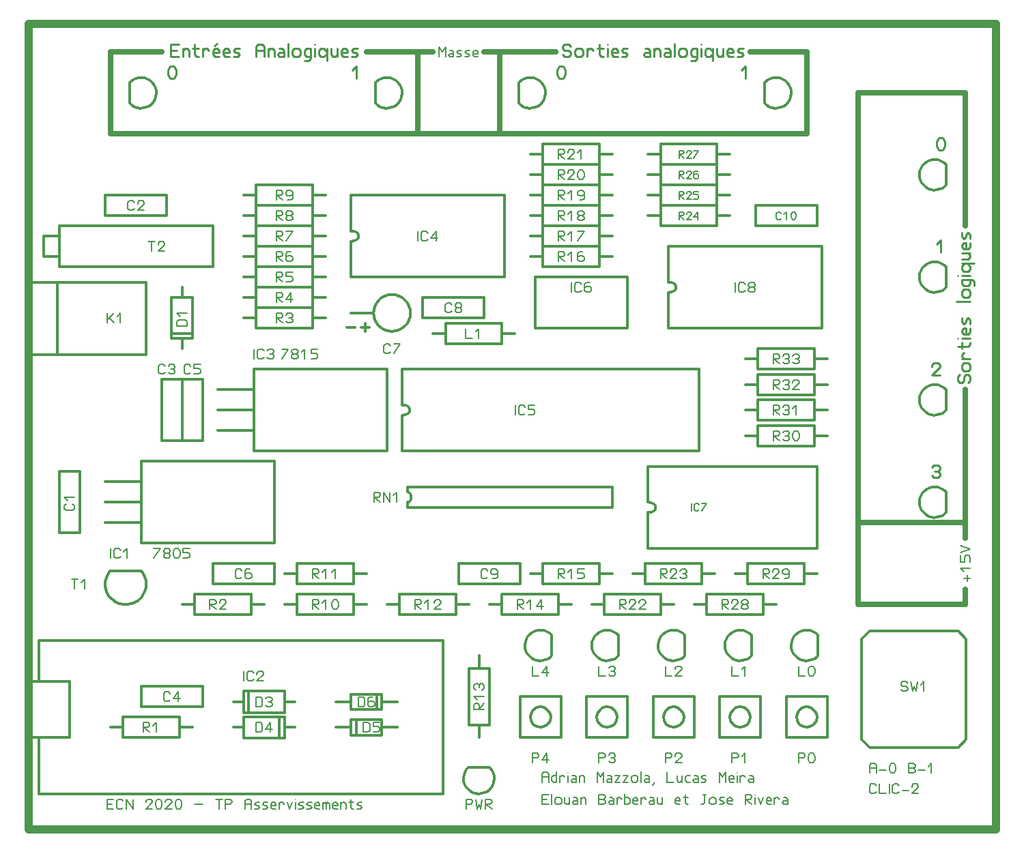
<source format=gto>
%FSLAX24Y24*%
%MOIN*%
%ADD10C,0.0060*%
%ADD11C,0.0079*%
%ADD12C,0.0099*%
%ADD13C,0.0139*%
%ADD14C,0.0250*%
%ADD15C,0.0394*%
D10*
G01X31773Y32821D02*
X31773Y33178D01*
X31773Y33178D02*
X31952Y33178D01*
X31952Y33178D02*
X32011Y33119D01*
X32011Y33119D02*
X32011Y33059D01*
X32011Y33059D02*
X31952Y33000D01*
X31952Y33000D02*
X31773Y33000D01*
X31773Y33000D02*
X32011Y32821D01*
X32130Y33059D02*
X32130Y33119D01*
X32130Y33119D02*
X32190Y33178D01*
X32190Y33178D02*
X32309Y33178D01*
X32309Y33178D02*
X32369Y33119D01*
X32369Y33119D02*
X32369Y33059D01*
X32369Y33059D02*
X32130Y32821D01*
X32130Y32821D02*
X32369Y32821D01*
X32488Y33178D02*
X32726Y33178D01*
X32726Y33178D02*
X32488Y32821D01*
X31773Y31821D02*
X31773Y32178D01*
X31773Y32178D02*
X31952Y32178D01*
X31952Y32178D02*
X32011Y32119D01*
X32011Y32119D02*
X32011Y32059D01*
X32011Y32059D02*
X31952Y32000D01*
X31952Y32000D02*
X31773Y32000D01*
X31773Y32000D02*
X32011Y31821D01*
X32130Y32059D02*
X32130Y32119D01*
X32130Y32119D02*
X32190Y32178D01*
X32190Y32178D02*
X32309Y32178D01*
X32309Y32178D02*
X32369Y32119D01*
X32369Y32119D02*
X32369Y32059D01*
X32369Y32059D02*
X32130Y31821D01*
X32130Y31821D02*
X32369Y31821D01*
X32666Y32178D02*
X32547Y32178D01*
X32547Y32178D02*
X32488Y32119D01*
X32488Y32119D02*
X32488Y31880D01*
X32488Y31880D02*
X32547Y31821D01*
X32547Y31821D02*
X32666Y31821D01*
X32666Y31821D02*
X32726Y31880D01*
X32726Y31880D02*
X32726Y31970D01*
X32726Y31970D02*
X32666Y32029D01*
X32666Y32029D02*
X32547Y32029D01*
X32547Y32029D02*
X32488Y31970D01*
X31773Y29821D02*
X31773Y30178D01*
X31773Y30178D02*
X31952Y30178D01*
X31952Y30178D02*
X32011Y30119D01*
X32011Y30119D02*
X32011Y30059D01*
X32011Y30059D02*
X31952Y30000D01*
X31952Y30000D02*
X31773Y30000D01*
X31773Y30000D02*
X32011Y29821D01*
X32130Y30059D02*
X32130Y30119D01*
X32130Y30119D02*
X32190Y30178D01*
X32190Y30178D02*
X32309Y30178D01*
X32309Y30178D02*
X32369Y30119D01*
X32369Y30119D02*
X32369Y30059D01*
X32369Y30059D02*
X32130Y29821D01*
X32130Y29821D02*
X32369Y29821D01*
X32666Y29821D02*
X32666Y30178D01*
X32666Y30178D02*
X32488Y29940D01*
X32488Y29940D02*
X32726Y29940D01*
X31773Y30821D02*
X31773Y31178D01*
X31773Y31178D02*
X31952Y31178D01*
X31952Y31178D02*
X32011Y31119D01*
X32011Y31119D02*
X32011Y31059D01*
X32011Y31059D02*
X31952Y31000D01*
X31952Y31000D02*
X31773Y31000D01*
X31773Y31000D02*
X32011Y30821D01*
X32130Y31059D02*
X32130Y31119D01*
X32130Y31119D02*
X32190Y31178D01*
X32190Y31178D02*
X32309Y31178D01*
X32309Y31178D02*
X32369Y31119D01*
X32369Y31119D02*
X32369Y31059D01*
X32369Y31059D02*
X32130Y30821D01*
X32130Y30821D02*
X32369Y30821D01*
X32488Y31178D02*
X32726Y31178D01*
X32488Y31178D02*
X32488Y31029D01*
X32488Y31029D02*
X32666Y31029D01*
X32666Y31029D02*
X32726Y30970D01*
X32726Y30970D02*
X32726Y30880D01*
X32726Y30880D02*
X32666Y30821D01*
X32666Y30821D02*
X32488Y30821D01*
X36761Y29880D02*
X36702Y29821D01*
X36702Y29821D02*
X36583Y29821D01*
X36583Y29821D02*
X36523Y29880D01*
X36523Y29880D02*
X36523Y30119D01*
X36523Y30119D02*
X36583Y30178D01*
X36583Y30178D02*
X36702Y30178D01*
X36702Y30178D02*
X36761Y30119D01*
X37000Y29821D02*
X37000Y30178D01*
X37000Y30178D02*
X36880Y30059D01*
X37297Y29821D02*
X37238Y29940D01*
X37238Y29940D02*
X37238Y30059D01*
X37238Y30059D02*
X37297Y30178D01*
X37297Y30178D02*
X37416Y30178D01*
X37416Y30178D02*
X37476Y30059D01*
X37476Y30059D02*
X37476Y29940D01*
X37476Y29940D02*
X37416Y29821D01*
X37416Y29821D02*
X37297Y29821D01*
X32392Y15571D02*
X32392Y15928D01*
X32750Y15630D02*
X32690Y15571D01*
X32690Y15571D02*
X32571Y15571D01*
X32571Y15571D02*
X32511Y15630D01*
X32511Y15630D02*
X32511Y15869D01*
X32511Y15869D02*
X32571Y15928D01*
X32571Y15928D02*
X32690Y15928D01*
X32690Y15928D02*
X32750Y15869D01*
X32869Y15928D02*
X33107Y15928D01*
X33107Y15928D02*
X32869Y15571D01*
D11*
G01X23865Y10761D02*
X23865Y11238D01*
X23865Y11238D02*
X24103Y11238D01*
X24103Y11238D02*
X24182Y11158D01*
X24182Y11158D02*
X24182Y11079D01*
X24182Y11079D02*
X24103Y11000D01*
X24103Y11000D02*
X23865Y11000D01*
X23865Y11000D02*
X24182Y10761D01*
X24500Y10761D02*
X24500Y11238D01*
X24500Y11238D02*
X24341Y11079D01*
X25055Y10761D02*
X25055Y11238D01*
X25055Y11238D02*
X24817Y10920D01*
X24817Y10920D02*
X25134Y10920D01*
X6011Y28261D02*
X6011Y28738D01*
X5853Y28738D02*
X6170Y28738D01*
X6329Y28579D02*
X6329Y28658D01*
X6329Y28658D02*
X6408Y28738D01*
X6408Y28738D02*
X6567Y28738D01*
X6567Y28738D02*
X6646Y28658D01*
X6646Y28658D02*
X6646Y28579D01*
X6646Y28579D02*
X6329Y28261D01*
X6329Y28261D02*
X6646Y28261D01*
X11103Y6011D02*
X11103Y6488D01*
X11103Y6488D02*
X11341Y6488D01*
X11341Y6488D02*
X11420Y6408D01*
X11420Y6408D02*
X11420Y6091D01*
X11420Y6091D02*
X11341Y6011D01*
X11341Y6011D02*
X11103Y6011D01*
X11579Y6408D02*
X11658Y6488D01*
X11658Y6488D02*
X11817Y6488D01*
X11817Y6488D02*
X11896Y6408D01*
X11896Y6408D02*
X11896Y6329D01*
X11896Y6329D02*
X11817Y6250D01*
X11817Y6250D02*
X11698Y6250D01*
X11817Y6250D02*
X11896Y6170D01*
X11896Y6170D02*
X11896Y6091D01*
X11896Y6091D02*
X11817Y6011D01*
X11817Y6011D02*
X11658Y6011D01*
X11658Y6011D02*
X11579Y6091D01*
X13865Y10761D02*
X13865Y11238D01*
X13865Y11238D02*
X14103Y11238D01*
X14103Y11238D02*
X14182Y11158D01*
X14182Y11158D02*
X14182Y11079D01*
X14182Y11079D02*
X14103Y11000D01*
X14103Y11000D02*
X13865Y11000D01*
X13865Y11000D02*
X14182Y10761D01*
X14500Y10761D02*
X14500Y11238D01*
X14500Y11238D02*
X14341Y11079D01*
X14896Y10761D02*
X14817Y10920D01*
X14817Y10920D02*
X14817Y11079D01*
X14817Y11079D02*
X14896Y11238D01*
X14896Y11238D02*
X15055Y11238D01*
X15055Y11238D02*
X15134Y11079D01*
X15134Y11079D02*
X15134Y10920D01*
X15134Y10920D02*
X15055Y10761D01*
X15055Y10761D02*
X14896Y10761D01*
X22420Y12341D02*
X22341Y12261D01*
X22341Y12261D02*
X22182Y12261D01*
X22182Y12261D02*
X22103Y12341D01*
X22103Y12341D02*
X22103Y12658D01*
X22103Y12658D02*
X22182Y12738D01*
X22182Y12738D02*
X22341Y12738D01*
X22341Y12738D02*
X22420Y12658D01*
X22658Y12261D02*
X22817Y12261D01*
X22817Y12261D02*
X22896Y12341D01*
X22896Y12341D02*
X22896Y12658D01*
X22896Y12658D02*
X22817Y12738D01*
X22817Y12738D02*
X22658Y12738D01*
X22658Y12738D02*
X22579Y12658D01*
X22579Y12658D02*
X22579Y12539D01*
X22579Y12539D02*
X22658Y12460D01*
X22658Y12460D02*
X22817Y12460D01*
X22817Y12460D02*
X22896Y12539D01*
X25865Y30761D02*
X25865Y31238D01*
X25865Y31238D02*
X26103Y31238D01*
X26103Y31238D02*
X26182Y31158D01*
X26182Y31158D02*
X26182Y31079D01*
X26182Y31079D02*
X26103Y31000D01*
X26103Y31000D02*
X25865Y31000D01*
X25865Y31000D02*
X26182Y30761D01*
X26500Y30761D02*
X26500Y31238D01*
X26500Y31238D02*
X26341Y31079D01*
X26896Y30761D02*
X27055Y30761D01*
X27055Y30761D02*
X27134Y30841D01*
X27134Y30841D02*
X27134Y31158D01*
X27134Y31158D02*
X27055Y31238D01*
X27055Y31238D02*
X26896Y31238D01*
X26896Y31238D02*
X26817Y31158D01*
X26817Y31158D02*
X26817Y31039D01*
X26817Y31039D02*
X26896Y30960D01*
X26896Y30960D02*
X27055Y30960D01*
X27055Y30960D02*
X27134Y31039D01*
X12103Y24761D02*
X12103Y25238D01*
X12103Y25238D02*
X12341Y25238D01*
X12341Y25238D02*
X12420Y25158D01*
X12420Y25158D02*
X12420Y25079D01*
X12420Y25079D02*
X12341Y25000D01*
X12341Y25000D02*
X12103Y25000D01*
X12103Y25000D02*
X12420Y24761D01*
X12579Y25158D02*
X12658Y25238D01*
X12658Y25238D02*
X12817Y25238D01*
X12817Y25238D02*
X12896Y25158D01*
X12896Y25158D02*
X12896Y25079D01*
X12896Y25079D02*
X12817Y25000D01*
X12817Y25000D02*
X12698Y25000D01*
X12817Y25000D02*
X12896Y24920D01*
X12896Y24920D02*
X12896Y24841D01*
X12896Y24841D02*
X12817Y24761D01*
X12817Y24761D02*
X12658Y24761D01*
X12658Y24761D02*
X12579Y24841D01*
X12103Y26761D02*
X12103Y27238D01*
X12103Y27238D02*
X12341Y27238D01*
X12341Y27238D02*
X12420Y27158D01*
X12420Y27158D02*
X12420Y27079D01*
X12420Y27079D02*
X12341Y27000D01*
X12341Y27000D02*
X12103Y27000D01*
X12103Y27000D02*
X12420Y26761D01*
X12579Y27238D02*
X12896Y27238D01*
X12579Y27238D02*
X12579Y27039D01*
X12579Y27039D02*
X12817Y27039D01*
X12817Y27039D02*
X12896Y26960D01*
X12896Y26960D02*
X12896Y26841D01*
X12896Y26841D02*
X12817Y26761D01*
X12817Y26761D02*
X12579Y26761D01*
X2158Y15920D02*
X2238Y15841D01*
X2238Y15841D02*
X2238Y15682D01*
X2238Y15682D02*
X2158Y15603D01*
X2158Y15603D02*
X1841Y15603D01*
X1841Y15603D02*
X1761Y15682D01*
X1761Y15682D02*
X1761Y15841D01*
X1761Y15841D02*
X1841Y15920D01*
X2238Y16238D02*
X1761Y16238D01*
X1761Y16238D02*
X1920Y16079D01*
X7920Y22341D02*
X7841Y22261D01*
X7841Y22261D02*
X7682Y22261D01*
X7682Y22261D02*
X7603Y22341D01*
X7603Y22341D02*
X7603Y22658D01*
X7603Y22658D02*
X7682Y22738D01*
X7682Y22738D02*
X7841Y22738D01*
X7841Y22738D02*
X7920Y22658D01*
X8079Y22738D02*
X8396Y22738D01*
X8079Y22738D02*
X8079Y22539D01*
X8079Y22539D02*
X8317Y22539D01*
X8317Y22539D02*
X8396Y22460D01*
X8396Y22460D02*
X8396Y22341D01*
X8396Y22341D02*
X8317Y22261D01*
X8317Y22261D02*
X8079Y22261D01*
X18865Y10761D02*
X18865Y11238D01*
X18865Y11238D02*
X19103Y11238D01*
X19103Y11238D02*
X19182Y11158D01*
X19182Y11158D02*
X19182Y11079D01*
X19182Y11079D02*
X19103Y11000D01*
X19103Y11000D02*
X18865Y11000D01*
X18865Y11000D02*
X19182Y10761D01*
X19500Y10761D02*
X19500Y11238D01*
X19500Y11238D02*
X19341Y11079D01*
X19817Y11079D02*
X19817Y11158D01*
X19817Y11158D02*
X19896Y11238D01*
X19896Y11238D02*
X20055Y11238D01*
X20055Y11238D02*
X20134Y11158D01*
X20134Y11158D02*
X20134Y11079D01*
X20134Y11079D02*
X19817Y10761D01*
X19817Y10761D02*
X20134Y10761D01*
X25865Y12261D02*
X25865Y12738D01*
X25865Y12738D02*
X26103Y12738D01*
X26103Y12738D02*
X26182Y12658D01*
X26182Y12658D02*
X26182Y12579D01*
X26182Y12579D02*
X26103Y12500D01*
X26103Y12500D02*
X25865Y12500D01*
X25865Y12500D02*
X26182Y12261D01*
X26500Y12261D02*
X26500Y12738D01*
X26500Y12738D02*
X26341Y12579D01*
X26817Y12738D02*
X27134Y12738D01*
X26817Y12738D02*
X26817Y12539D01*
X26817Y12539D02*
X27055Y12539D01*
X27055Y12539D02*
X27134Y12460D01*
X27134Y12460D02*
X27134Y12341D01*
X27134Y12341D02*
X27055Y12261D01*
X27055Y12261D02*
X26817Y12261D01*
X6920Y6341D02*
X6841Y6261D01*
X6841Y6261D02*
X6682Y6261D01*
X6682Y6261D02*
X6603Y6341D01*
X6603Y6341D02*
X6603Y6658D01*
X6603Y6658D02*
X6682Y6738D01*
X6682Y6738D02*
X6841Y6738D01*
X6841Y6738D02*
X6920Y6658D01*
X7317Y6261D02*
X7317Y6738D01*
X7317Y6738D02*
X7079Y6420D01*
X7079Y6420D02*
X7396Y6420D01*
X25865Y31761D02*
X25865Y32238D01*
X25865Y32238D02*
X26103Y32238D01*
X26103Y32238D02*
X26182Y32158D01*
X26182Y32158D02*
X26182Y32079D01*
X26182Y32079D02*
X26103Y32000D01*
X26103Y32000D02*
X25865Y32000D01*
X25865Y32000D02*
X26182Y31761D01*
X26341Y32079D02*
X26341Y32158D01*
X26341Y32158D02*
X26420Y32238D01*
X26420Y32238D02*
X26579Y32238D01*
X26579Y32238D02*
X26658Y32158D01*
X26658Y32158D02*
X26658Y32079D01*
X26658Y32079D02*
X26341Y31761D01*
X26341Y31761D02*
X26658Y31761D01*
X26896Y31761D02*
X26817Y31920D01*
X26817Y31920D02*
X26817Y32079D01*
X26817Y32079D02*
X26896Y32238D01*
X26896Y32238D02*
X27055Y32238D01*
X27055Y32238D02*
X27134Y32079D01*
X27134Y32079D02*
X27134Y31920D01*
X27134Y31920D02*
X27055Y31761D01*
X27055Y31761D02*
X26896Y31761D01*
X12103Y30761D02*
X12103Y31238D01*
X12103Y31238D02*
X12341Y31238D01*
X12341Y31238D02*
X12420Y31158D01*
X12420Y31158D02*
X12420Y31079D01*
X12420Y31079D02*
X12341Y31000D01*
X12341Y31000D02*
X12103Y31000D01*
X12103Y31000D02*
X12420Y30761D01*
X12658Y30761D02*
X12817Y30761D01*
X12817Y30761D02*
X12896Y30841D01*
X12896Y30841D02*
X12896Y31158D01*
X12896Y31158D02*
X12817Y31238D01*
X12817Y31238D02*
X12658Y31238D01*
X12658Y31238D02*
X12579Y31158D01*
X12579Y31158D02*
X12579Y31039D01*
X12579Y31039D02*
X12658Y30960D01*
X12658Y30960D02*
X12817Y30960D01*
X12817Y30960D02*
X12896Y31039D01*
X6670Y22341D02*
X6591Y22261D01*
X6591Y22261D02*
X6432Y22261D01*
X6432Y22261D02*
X6353Y22341D01*
X6353Y22341D02*
X6353Y22658D01*
X6353Y22658D02*
X6432Y22738D01*
X6432Y22738D02*
X6591Y22738D01*
X6591Y22738D02*
X6670Y22658D01*
X6829Y22658D02*
X6908Y22738D01*
X6908Y22738D02*
X7067Y22738D01*
X7067Y22738D02*
X7146Y22658D01*
X7146Y22658D02*
X7146Y22579D01*
X7146Y22579D02*
X7067Y22500D01*
X7067Y22500D02*
X6948Y22500D01*
X7067Y22500D02*
X7146Y22420D01*
X7146Y22420D02*
X7146Y22341D01*
X7146Y22341D02*
X7067Y22261D01*
X7067Y22261D02*
X6908Y22261D01*
X6908Y22261D02*
X6829Y22341D01*
X22238Y5865D02*
X21761Y5865D01*
X21761Y5865D02*
X21761Y6103D01*
X21761Y6103D02*
X21841Y6182D01*
X21841Y6182D02*
X21920Y6182D01*
X21920Y6182D02*
X22000Y6103D01*
X22000Y6103D02*
X22000Y5865D01*
X22000Y5865D02*
X22238Y6182D01*
X22238Y6500D02*
X21761Y6500D01*
X21761Y6500D02*
X21920Y6341D01*
X21841Y6817D02*
X21761Y6896D01*
X21761Y6896D02*
X21761Y7055D01*
X21761Y7055D02*
X21841Y7134D01*
X21841Y7134D02*
X21920Y7134D01*
X21920Y7134D02*
X22000Y7055D01*
X22000Y7055D02*
X22000Y6936D01*
X22000Y7055D02*
X22079Y7134D01*
X22079Y7134D02*
X22158Y7134D01*
X22158Y7134D02*
X22238Y7055D01*
X22238Y7055D02*
X22238Y6896D01*
X22238Y6896D02*
X22158Y6817D01*
X11103Y4761D02*
X11103Y5238D01*
X11103Y5238D02*
X11341Y5238D01*
X11341Y5238D02*
X11420Y5158D01*
X11420Y5158D02*
X11420Y4841D01*
X11420Y4841D02*
X11341Y4761D01*
X11341Y4761D02*
X11103Y4761D01*
X11817Y4761D02*
X11817Y5238D01*
X11817Y5238D02*
X11579Y4920D01*
X11579Y4920D02*
X11896Y4920D01*
X5170Y30341D02*
X5091Y30261D01*
X5091Y30261D02*
X4932Y30261D01*
X4932Y30261D02*
X4853Y30341D01*
X4853Y30341D02*
X4853Y30658D01*
X4853Y30658D02*
X4932Y30738D01*
X4932Y30738D02*
X5091Y30738D01*
X5091Y30738D02*
X5170Y30658D01*
X5329Y30579D02*
X5329Y30658D01*
X5329Y30658D02*
X5408Y30738D01*
X5408Y30738D02*
X5567Y30738D01*
X5567Y30738D02*
X5646Y30658D01*
X5646Y30658D02*
X5646Y30579D01*
X5646Y30579D02*
X5329Y30261D01*
X5329Y30261D02*
X5646Y30261D01*
X16103Y6011D02*
X16103Y6488D01*
X16103Y6488D02*
X16341Y6488D01*
X16341Y6488D02*
X16420Y6408D01*
X16420Y6408D02*
X16420Y6091D01*
X16420Y6091D02*
X16341Y6011D01*
X16341Y6011D02*
X16103Y6011D01*
X16817Y6488D02*
X16658Y6488D01*
X16658Y6488D02*
X16579Y6408D01*
X16579Y6408D02*
X16579Y6091D01*
X16579Y6091D02*
X16658Y6011D01*
X16658Y6011D02*
X16817Y6011D01*
X16817Y6011D02*
X16896Y6091D01*
X16896Y6091D02*
X16896Y6210D01*
X16896Y6210D02*
X16817Y6289D01*
X16817Y6289D02*
X16658Y6289D01*
X16658Y6289D02*
X16579Y6210D01*
X42615Y6841D02*
X42694Y6761D01*
X42694Y6761D02*
X42853Y6761D01*
X42853Y6761D02*
X42932Y6841D01*
X42932Y6841D02*
X42932Y6920D01*
X42932Y6920D02*
X42853Y7000D01*
X42853Y7000D02*
X42694Y7000D01*
X42853Y7238D02*
X42932Y7158D01*
X42694Y7238D02*
X42853Y7238D01*
X42615Y7158D02*
X42694Y7238D01*
X42615Y7079D02*
X42615Y7158D01*
X42694Y7000D02*
X42615Y7079D01*
X43091Y7238D02*
X43170Y6761D01*
X43170Y6761D02*
X43250Y7000D01*
X43250Y7000D02*
X43329Y6761D01*
X43329Y6761D02*
X43408Y7238D01*
X43726Y6761D02*
X43726Y7238D01*
X43726Y7238D02*
X43567Y7079D01*
X25865Y29761D02*
X25865Y30238D01*
X25865Y30238D02*
X26103Y30238D01*
X26103Y30238D02*
X26182Y30158D01*
X26182Y30158D02*
X26182Y30079D01*
X26182Y30079D02*
X26103Y30000D01*
X26103Y30000D02*
X25865Y30000D01*
X25865Y30000D02*
X26182Y29761D01*
X26500Y29761D02*
X26500Y30238D01*
X26500Y30238D02*
X26341Y30079D01*
X26896Y29761D02*
X26817Y29841D01*
X26817Y29841D02*
X26817Y29920D01*
X26817Y29920D02*
X26896Y30000D01*
X26896Y30000D02*
X27055Y30000D01*
X27055Y30000D02*
X27134Y30079D01*
X27134Y30079D02*
X27134Y30158D01*
X27134Y30158D02*
X27055Y30238D01*
X27055Y30238D02*
X26896Y30238D01*
X26896Y30238D02*
X26817Y30158D01*
X26817Y30158D02*
X26817Y30079D01*
X26817Y30079D02*
X26896Y30000D01*
X27055Y30000D02*
X27134Y29920D01*
X27134Y29920D02*
X27134Y29841D01*
X27134Y29841D02*
X27055Y29761D01*
X27055Y29761D02*
X26896Y29761D01*
X11023Y23011D02*
X11023Y23488D01*
X11500Y23091D02*
X11420Y23011D01*
X11420Y23011D02*
X11261Y23011D01*
X11261Y23011D02*
X11182Y23091D01*
X11182Y23091D02*
X11182Y23408D01*
X11182Y23408D02*
X11261Y23488D01*
X11261Y23488D02*
X11420Y23488D01*
X11420Y23488D02*
X11500Y23408D01*
X11658Y23408D02*
X11738Y23488D01*
X11738Y23488D02*
X11896Y23488D01*
X11896Y23488D02*
X11976Y23408D01*
X11976Y23408D02*
X11976Y23329D01*
X11976Y23329D02*
X11896Y23250D01*
X11896Y23250D02*
X11777Y23250D01*
X11896Y23250D02*
X11976Y23170D01*
X11976Y23170D02*
X11976Y23091D01*
X11976Y23091D02*
X11896Y23011D01*
X11896Y23011D02*
X11738Y23011D01*
X11738Y23011D02*
X11658Y23091D01*
X7738Y24603D02*
X7261Y24603D01*
X7261Y24603D02*
X7261Y24841D01*
X7261Y24841D02*
X7341Y24920D01*
X7341Y24920D02*
X7658Y24920D01*
X7658Y24920D02*
X7738Y24841D01*
X7738Y24841D02*
X7738Y24603D01*
X7738Y25238D02*
X7261Y25238D01*
X7261Y25238D02*
X7420Y25079D01*
X8853Y10761D02*
X8853Y11238D01*
X8853Y11238D02*
X9091Y11238D01*
X9091Y11238D02*
X9170Y11158D01*
X9170Y11158D02*
X9170Y11079D01*
X9170Y11079D02*
X9091Y11000D01*
X9091Y11000D02*
X8853Y11000D01*
X8853Y11000D02*
X9170Y10761D01*
X9329Y11079D02*
X9329Y11158D01*
X9329Y11158D02*
X9408Y11238D01*
X9408Y11238D02*
X9567Y11238D01*
X9567Y11238D02*
X9646Y11158D01*
X9646Y11158D02*
X9646Y11079D01*
X9646Y11079D02*
X9329Y10761D01*
X9329Y10761D02*
X9646Y10761D01*
X21353Y24488D02*
X21353Y24011D01*
X21353Y24011D02*
X21670Y24011D01*
X21988Y24011D02*
X21988Y24488D01*
X21988Y24488D02*
X21829Y24329D01*
X25865Y27761D02*
X25865Y28238D01*
X25865Y28238D02*
X26103Y28238D01*
X26103Y28238D02*
X26182Y28158D01*
X26182Y28158D02*
X26182Y28079D01*
X26182Y28079D02*
X26103Y28000D01*
X26103Y28000D02*
X25865Y28000D01*
X25865Y28000D02*
X26182Y27761D01*
X26500Y27761D02*
X26500Y28238D01*
X26500Y28238D02*
X26341Y28079D01*
X27055Y28238D02*
X26896Y28238D01*
X26896Y28238D02*
X26817Y28158D01*
X26817Y28158D02*
X26817Y27841D01*
X26817Y27841D02*
X26896Y27761D01*
X26896Y27761D02*
X27055Y27761D01*
X27055Y27761D02*
X27134Y27841D01*
X27134Y27841D02*
X27134Y27960D01*
X27134Y27960D02*
X27055Y28039D01*
X27055Y28039D02*
X26896Y28039D01*
X26896Y28039D02*
X26817Y27960D01*
X5603Y4761D02*
X5603Y5238D01*
X5603Y5238D02*
X5841Y5238D01*
X5841Y5238D02*
X5920Y5158D01*
X5920Y5158D02*
X5920Y5079D01*
X5920Y5079D02*
X5841Y5000D01*
X5841Y5000D02*
X5603Y5000D01*
X5603Y5000D02*
X5920Y4761D01*
X6238Y4761D02*
X6238Y5238D01*
X6238Y5238D02*
X6079Y5079D01*
X25865Y28761D02*
X25865Y29238D01*
X25865Y29238D02*
X26103Y29238D01*
X26103Y29238D02*
X26182Y29158D01*
X26182Y29158D02*
X26182Y29079D01*
X26182Y29079D02*
X26103Y29000D01*
X26103Y29000D02*
X25865Y29000D01*
X25865Y29000D02*
X26182Y28761D01*
X26500Y28761D02*
X26500Y29238D01*
X26500Y29238D02*
X26341Y29079D01*
X26817Y29238D02*
X27134Y29238D01*
X27134Y29238D02*
X26817Y28761D01*
X13865Y12261D02*
X13865Y12738D01*
X13865Y12738D02*
X14103Y12738D01*
X14103Y12738D02*
X14182Y12658D01*
X14182Y12658D02*
X14182Y12579D01*
X14182Y12579D02*
X14103Y12500D01*
X14103Y12500D02*
X13865Y12500D01*
X13865Y12500D02*
X14182Y12261D01*
X14500Y12261D02*
X14500Y12738D01*
X14500Y12738D02*
X14341Y12579D01*
X14976Y12261D02*
X14976Y12738D01*
X14976Y12738D02*
X14817Y12579D01*
X12103Y25761D02*
X12103Y26238D01*
X12103Y26238D02*
X12341Y26238D01*
X12341Y26238D02*
X12420Y26158D01*
X12420Y26158D02*
X12420Y26079D01*
X12420Y26079D02*
X12341Y26000D01*
X12341Y26000D02*
X12103Y26000D01*
X12103Y26000D02*
X12420Y25761D01*
X12817Y25761D02*
X12817Y26238D01*
X12817Y26238D02*
X12579Y25920D01*
X12579Y25920D02*
X12896Y25920D01*
X10420Y12341D02*
X10341Y12261D01*
X10341Y12261D02*
X10182Y12261D01*
X10182Y12261D02*
X10103Y12341D01*
X10103Y12341D02*
X10103Y12658D01*
X10103Y12658D02*
X10182Y12738D01*
X10182Y12738D02*
X10341Y12738D01*
X10341Y12738D02*
X10420Y12658D01*
X10817Y12738D02*
X10658Y12738D01*
X10658Y12738D02*
X10579Y12658D01*
X10579Y12658D02*
X10579Y12341D01*
X10579Y12341D02*
X10658Y12261D01*
X10658Y12261D02*
X10817Y12261D01*
X10817Y12261D02*
X10896Y12341D01*
X10896Y12341D02*
X10896Y12460D01*
X10896Y12460D02*
X10817Y12539D01*
X10817Y12539D02*
X10658Y12539D01*
X10658Y12539D02*
X10579Y12460D01*
X33865Y10761D02*
X33865Y11238D01*
X33865Y11238D02*
X34103Y11238D01*
X34103Y11238D02*
X34182Y11158D01*
X34182Y11158D02*
X34182Y11079D01*
X34182Y11079D02*
X34103Y11000D01*
X34103Y11000D02*
X33865Y11000D01*
X33865Y11000D02*
X34182Y10761D01*
X34341Y11079D02*
X34341Y11158D01*
X34341Y11158D02*
X34420Y11238D01*
X34420Y11238D02*
X34579Y11238D01*
X34579Y11238D02*
X34658Y11158D01*
X34658Y11158D02*
X34658Y11079D01*
X34658Y11079D02*
X34341Y10761D01*
X34341Y10761D02*
X34658Y10761D01*
X34896Y10761D02*
X34817Y10841D01*
X34817Y10841D02*
X34817Y10920D01*
X34817Y10920D02*
X34896Y11000D01*
X34896Y11000D02*
X35055Y11000D01*
X35055Y11000D02*
X35134Y11079D01*
X35134Y11079D02*
X35134Y11158D01*
X35134Y11158D02*
X35055Y11238D01*
X35055Y11238D02*
X34896Y11238D01*
X34896Y11238D02*
X34817Y11158D01*
X34817Y11158D02*
X34817Y11079D01*
X34817Y11079D02*
X34896Y11000D01*
X35055Y11000D02*
X35134Y10920D01*
X35134Y10920D02*
X35134Y10841D01*
X35134Y10841D02*
X35055Y10761D01*
X35055Y10761D02*
X34896Y10761D01*
X30865Y12261D02*
X30865Y12738D01*
X30865Y12738D02*
X31103Y12738D01*
X31103Y12738D02*
X31182Y12658D01*
X31182Y12658D02*
X31182Y12579D01*
X31182Y12579D02*
X31103Y12500D01*
X31103Y12500D02*
X30865Y12500D01*
X30865Y12500D02*
X31182Y12261D01*
X31341Y12579D02*
X31341Y12658D01*
X31341Y12658D02*
X31420Y12738D01*
X31420Y12738D02*
X31579Y12738D01*
X31579Y12738D02*
X31658Y12658D01*
X31658Y12658D02*
X31658Y12579D01*
X31658Y12579D02*
X31341Y12261D01*
X31341Y12261D02*
X31658Y12261D01*
X31817Y12658D02*
X31896Y12738D01*
X31896Y12738D02*
X32055Y12738D01*
X32055Y12738D02*
X32134Y12658D01*
X32134Y12658D02*
X32134Y12579D01*
X32134Y12579D02*
X32055Y12500D01*
X32055Y12500D02*
X31936Y12500D01*
X32055Y12500D02*
X32134Y12420D01*
X32134Y12420D02*
X32134Y12341D01*
X32134Y12341D02*
X32055Y12261D01*
X32055Y12261D02*
X31896Y12261D01*
X31896Y12261D02*
X31817Y12341D01*
X35865Y12261D02*
X35865Y12738D01*
X35865Y12738D02*
X36103Y12738D01*
X36103Y12738D02*
X36182Y12658D01*
X36182Y12658D02*
X36182Y12579D01*
X36182Y12579D02*
X36103Y12500D01*
X36103Y12500D02*
X35865Y12500D01*
X35865Y12500D02*
X36182Y12261D01*
X36341Y12579D02*
X36341Y12658D01*
X36341Y12658D02*
X36420Y12738D01*
X36420Y12738D02*
X36579Y12738D01*
X36579Y12738D02*
X36658Y12658D01*
X36658Y12658D02*
X36658Y12579D01*
X36658Y12579D02*
X36341Y12261D01*
X36341Y12261D02*
X36658Y12261D01*
X36896Y12261D02*
X37055Y12261D01*
X37055Y12261D02*
X37134Y12341D01*
X37134Y12341D02*
X37134Y12658D01*
X37134Y12658D02*
X37055Y12738D01*
X37055Y12738D02*
X36896Y12738D01*
X36896Y12738D02*
X36817Y12658D01*
X36817Y12658D02*
X36817Y12539D01*
X36817Y12539D02*
X36896Y12460D01*
X36896Y12460D02*
X37055Y12460D01*
X37055Y12460D02*
X37134Y12539D01*
X16353Y4761D02*
X16353Y5238D01*
X16353Y5238D02*
X16591Y5238D01*
X16591Y5238D02*
X16670Y5158D01*
X16670Y5158D02*
X16670Y4841D01*
X16670Y4841D02*
X16591Y4761D01*
X16591Y4761D02*
X16353Y4761D01*
X16829Y5238D02*
X17146Y5238D01*
X16829Y5238D02*
X16829Y5039D01*
X16829Y5039D02*
X17067Y5039D01*
X17067Y5039D02*
X17146Y4960D01*
X17146Y4960D02*
X17146Y4841D01*
X17146Y4841D02*
X17067Y4761D01*
X17067Y4761D02*
X16829Y4761D01*
X28865Y10761D02*
X28865Y11238D01*
X28865Y11238D02*
X29103Y11238D01*
X29103Y11238D02*
X29182Y11158D01*
X29182Y11158D02*
X29182Y11079D01*
X29182Y11079D02*
X29103Y11000D01*
X29103Y11000D02*
X28865Y11000D01*
X28865Y11000D02*
X29182Y10761D01*
X29341Y11079D02*
X29341Y11158D01*
X29341Y11158D02*
X29420Y11238D01*
X29420Y11238D02*
X29579Y11238D01*
X29579Y11238D02*
X29658Y11158D01*
X29658Y11158D02*
X29658Y11079D01*
X29658Y11079D02*
X29341Y10761D01*
X29341Y10761D02*
X29658Y10761D01*
X29817Y11079D02*
X29817Y11158D01*
X29817Y11158D02*
X29896Y11238D01*
X29896Y11238D02*
X30055Y11238D01*
X30055Y11238D02*
X30134Y11158D01*
X30134Y11158D02*
X30134Y11079D01*
X30134Y11079D02*
X29817Y10761D01*
X29817Y10761D02*
X30134Y10761D01*
X16865Y16011D02*
X16865Y16488D01*
X16865Y16488D02*
X17103Y16488D01*
X17103Y16488D02*
X17182Y16408D01*
X17182Y16408D02*
X17182Y16329D01*
X17182Y16329D02*
X17103Y16250D01*
X17103Y16250D02*
X16865Y16250D01*
X16865Y16250D02*
X17182Y16011D01*
X17341Y16011D02*
X17341Y16488D01*
X17341Y16488D02*
X17658Y16011D01*
X17658Y16011D02*
X17658Y16488D01*
X17976Y16011D02*
X17976Y16488D01*
X17976Y16488D02*
X17817Y16329D01*
X4023Y13261D02*
X4023Y13738D01*
X4500Y13341D02*
X4420Y13261D01*
X4420Y13261D02*
X4261Y13261D01*
X4261Y13261D02*
X4182Y13341D01*
X4182Y13341D02*
X4182Y13658D01*
X4182Y13658D02*
X4261Y13738D01*
X4261Y13738D02*
X4420Y13738D01*
X4420Y13738D02*
X4500Y13658D01*
X4817Y13261D02*
X4817Y13738D01*
X4817Y13738D02*
X4658Y13579D01*
X3853Y24761D02*
X3853Y25238D01*
X3853Y24920D02*
X4170Y25238D01*
X3932Y25000D02*
X4170Y24761D01*
X4488Y24761D02*
X4488Y25238D01*
X4488Y25238D02*
X4329Y25079D01*
X26523Y26261D02*
X26523Y26738D01*
X27000Y26341D02*
X26920Y26261D01*
X26920Y26261D02*
X26761Y26261D01*
X26761Y26261D02*
X26682Y26341D01*
X26682Y26341D02*
X26682Y26658D01*
X26682Y26658D02*
X26761Y26738D01*
X26761Y26738D02*
X26920Y26738D01*
X26920Y26738D02*
X27000Y26658D01*
X27396Y26738D02*
X27238Y26738D01*
X27238Y26738D02*
X27158Y26658D01*
X27158Y26658D02*
X27158Y26341D01*
X27158Y26341D02*
X27238Y26261D01*
X27238Y26261D02*
X27396Y26261D01*
X27396Y26261D02*
X27476Y26341D01*
X27476Y26341D02*
X27476Y26460D01*
X27476Y26460D02*
X27396Y26539D01*
X27396Y26539D02*
X27238Y26539D01*
X27238Y26539D02*
X27158Y26460D01*
X17670Y23341D02*
X17591Y23261D01*
X17591Y23261D02*
X17432Y23261D01*
X17432Y23261D02*
X17353Y23341D01*
X17353Y23341D02*
X17353Y23658D01*
X17353Y23658D02*
X17432Y23738D01*
X17432Y23738D02*
X17591Y23738D01*
X17591Y23738D02*
X17670Y23658D01*
X17829Y23738D02*
X18146Y23738D01*
X18146Y23738D02*
X17829Y23261D01*
X19023Y28761D02*
X19023Y29238D01*
X19500Y28841D02*
X19420Y28761D01*
X19420Y28761D02*
X19261Y28761D01*
X19261Y28761D02*
X19182Y28841D01*
X19182Y28841D02*
X19182Y29158D01*
X19182Y29158D02*
X19261Y29238D01*
X19261Y29238D02*
X19420Y29238D01*
X19420Y29238D02*
X19500Y29158D01*
X19896Y28761D02*
X19896Y29238D01*
X19896Y29238D02*
X19658Y28920D01*
X19658Y28920D02*
X19976Y28920D01*
X25865Y32761D02*
X25865Y33238D01*
X25865Y33238D02*
X26103Y33238D01*
X26103Y33238D02*
X26182Y33158D01*
X26182Y33158D02*
X26182Y33079D01*
X26182Y33079D02*
X26103Y33000D01*
X26103Y33000D02*
X25865Y33000D01*
X25865Y33000D02*
X26182Y32761D01*
X26341Y33079D02*
X26341Y33158D01*
X26341Y33158D02*
X26420Y33238D01*
X26420Y33238D02*
X26579Y33238D01*
X26579Y33238D02*
X26658Y33158D01*
X26658Y33158D02*
X26658Y33079D01*
X26658Y33079D02*
X26341Y32761D01*
X26341Y32761D02*
X26658Y32761D01*
X26976Y32761D02*
X26976Y33238D01*
X26976Y33238D02*
X26817Y33079D01*
X12103Y29761D02*
X12103Y30238D01*
X12103Y30238D02*
X12341Y30238D01*
X12341Y30238D02*
X12420Y30158D01*
X12420Y30158D02*
X12420Y30079D01*
X12420Y30079D02*
X12341Y30000D01*
X12341Y30000D02*
X12103Y30000D01*
X12103Y30000D02*
X12420Y29761D01*
X12658Y29761D02*
X12579Y29841D01*
X12579Y29841D02*
X12579Y29920D01*
X12579Y29920D02*
X12658Y30000D01*
X12658Y30000D02*
X12817Y30000D01*
X12817Y30000D02*
X12896Y30079D01*
X12896Y30079D02*
X12896Y30158D01*
X12896Y30158D02*
X12817Y30238D01*
X12817Y30238D02*
X12658Y30238D01*
X12658Y30238D02*
X12579Y30158D01*
X12579Y30158D02*
X12579Y30079D01*
X12579Y30079D02*
X12658Y30000D01*
X12817Y30000D02*
X12896Y29920D01*
X12896Y29920D02*
X12896Y29841D01*
X12896Y29841D02*
X12817Y29761D01*
X12817Y29761D02*
X12658Y29761D01*
X12103Y28761D02*
X12103Y29238D01*
X12103Y29238D02*
X12341Y29238D01*
X12341Y29238D02*
X12420Y29158D01*
X12420Y29158D02*
X12420Y29079D01*
X12420Y29079D02*
X12341Y29000D01*
X12341Y29000D02*
X12103Y29000D01*
X12103Y29000D02*
X12420Y28761D01*
X12579Y29238D02*
X12896Y29238D01*
X12896Y29238D02*
X12579Y28761D01*
X12103Y27761D02*
X12103Y28238D01*
X12103Y28238D02*
X12341Y28238D01*
X12341Y28238D02*
X12420Y28158D01*
X12420Y28158D02*
X12420Y28079D01*
X12420Y28079D02*
X12341Y28000D01*
X12341Y28000D02*
X12103Y28000D01*
X12103Y28000D02*
X12420Y27761D01*
X12817Y28238D02*
X12658Y28238D01*
X12658Y28238D02*
X12579Y28158D01*
X12579Y28158D02*
X12579Y27841D01*
X12579Y27841D02*
X12658Y27761D01*
X12658Y27761D02*
X12817Y27761D01*
X12817Y27761D02*
X12896Y27841D01*
X12896Y27841D02*
X12896Y27960D01*
X12896Y27960D02*
X12817Y28039D01*
X12817Y28039D02*
X12658Y28039D01*
X12658Y28039D02*
X12579Y27960D01*
X20670Y25341D02*
X20591Y25261D01*
X20591Y25261D02*
X20432Y25261D01*
X20432Y25261D02*
X20353Y25341D01*
X20353Y25341D02*
X20353Y25658D01*
X20353Y25658D02*
X20432Y25738D01*
X20432Y25738D02*
X20591Y25738D01*
X20591Y25738D02*
X20670Y25658D01*
X20908Y25261D02*
X20829Y25341D01*
X20829Y25341D02*
X20829Y25420D01*
X20829Y25420D02*
X20908Y25500D01*
X20908Y25500D02*
X21067Y25500D01*
X21067Y25500D02*
X21146Y25579D01*
X21146Y25579D02*
X21146Y25658D01*
X21146Y25658D02*
X21067Y25738D01*
X21067Y25738D02*
X20908Y25738D01*
X20908Y25738D02*
X20829Y25658D01*
X20829Y25658D02*
X20829Y25579D01*
X20829Y25579D02*
X20908Y25500D01*
X21067Y25500D02*
X21146Y25420D01*
X21146Y25420D02*
X21146Y25341D01*
X21146Y25341D02*
X21067Y25261D01*
X21067Y25261D02*
X20908Y25261D01*
X10523Y7261D02*
X10523Y7738D01*
X11000Y7341D02*
X10920Y7261D01*
X10920Y7261D02*
X10761Y7261D01*
X10761Y7261D02*
X10682Y7341D01*
X10682Y7341D02*
X10682Y7658D01*
X10682Y7658D02*
X10761Y7738D01*
X10761Y7738D02*
X10920Y7738D01*
X10920Y7738D02*
X11000Y7658D01*
X11158Y7579D02*
X11158Y7658D01*
X11158Y7658D02*
X11238Y7738D01*
X11238Y7738D02*
X11396Y7738D01*
X11396Y7738D02*
X11476Y7658D01*
X11476Y7658D02*
X11476Y7579D01*
X11476Y7579D02*
X11158Y7261D01*
X11158Y7261D02*
X11476Y7261D01*
X23773Y20261D02*
X23773Y20738D01*
X24250Y20341D02*
X24170Y20261D01*
X24170Y20261D02*
X24011Y20261D01*
X24011Y20261D02*
X23932Y20341D01*
X23932Y20341D02*
X23932Y20658D01*
X23932Y20658D02*
X24011Y20738D01*
X24011Y20738D02*
X24170Y20738D01*
X24170Y20738D02*
X24250Y20658D01*
X24408Y20738D02*
X24726Y20738D01*
X24408Y20738D02*
X24408Y20539D01*
X24408Y20539D02*
X24646Y20539D01*
X24646Y20539D02*
X24726Y20460D01*
X24726Y20460D02*
X24726Y20341D01*
X24726Y20341D02*
X24646Y20261D01*
X24646Y20261D02*
X24408Y20261D01*
X34523Y26261D02*
X34523Y26738D01*
X35000Y26341D02*
X34920Y26261D01*
X34920Y26261D02*
X34761Y26261D01*
X34761Y26261D02*
X34682Y26341D01*
X34682Y26341D02*
X34682Y26658D01*
X34682Y26658D02*
X34761Y26738D01*
X34761Y26738D02*
X34920Y26738D01*
X34920Y26738D02*
X35000Y26658D01*
X35238Y26261D02*
X35158Y26341D01*
X35158Y26341D02*
X35158Y26420D01*
X35158Y26420D02*
X35238Y26500D01*
X35238Y26500D02*
X35396Y26500D01*
X35396Y26500D02*
X35476Y26579D01*
X35476Y26579D02*
X35476Y26658D01*
X35476Y26658D02*
X35396Y26738D01*
X35396Y26738D02*
X35238Y26738D01*
X35238Y26738D02*
X35158Y26658D01*
X35158Y26658D02*
X35158Y26579D01*
X35158Y26579D02*
X35238Y26500D01*
X35396Y26500D02*
X35476Y26420D01*
X35476Y26420D02*
X35476Y26341D01*
X35476Y26341D02*
X35396Y26261D01*
X35396Y26261D02*
X35238Y26261D01*
X2261Y11761D02*
X2261Y12238D01*
X2103Y12238D02*
X2420Y12238D01*
X2738Y11761D02*
X2738Y12238D01*
X2738Y12238D02*
X2579Y12079D01*
X36365Y22761D02*
X36365Y23238D01*
X36365Y23238D02*
X36603Y23238D01*
X36603Y23238D02*
X36682Y23158D01*
X36682Y23158D02*
X36682Y23079D01*
X36682Y23079D02*
X36603Y23000D01*
X36603Y23000D02*
X36365Y23000D01*
X36365Y23000D02*
X36682Y22761D01*
X36841Y23158D02*
X36920Y23238D01*
X36920Y23238D02*
X37079Y23238D01*
X37079Y23238D02*
X37158Y23158D01*
X37158Y23158D02*
X37158Y23079D01*
X37158Y23079D02*
X37079Y23000D01*
X37079Y23000D02*
X36960Y23000D01*
X37079Y23000D02*
X37158Y22920D01*
X37158Y22920D02*
X37158Y22841D01*
X37158Y22841D02*
X37079Y22761D01*
X37079Y22761D02*
X36920Y22761D01*
X36920Y22761D02*
X36841Y22841D01*
X37317Y23158D02*
X37396Y23238D01*
X37396Y23238D02*
X37555Y23238D01*
X37555Y23238D02*
X37634Y23158D01*
X37634Y23158D02*
X37634Y23079D01*
X37634Y23079D02*
X37555Y23000D01*
X37555Y23000D02*
X37436Y23000D01*
X37555Y23000D02*
X37634Y22920D01*
X37634Y22920D02*
X37634Y22841D01*
X37634Y22841D02*
X37555Y22761D01*
X37555Y22761D02*
X37396Y22761D01*
X37396Y22761D02*
X37317Y22841D01*
X36365Y21511D02*
X36365Y21988D01*
X36365Y21988D02*
X36603Y21988D01*
X36603Y21988D02*
X36682Y21908D01*
X36682Y21908D02*
X36682Y21829D01*
X36682Y21829D02*
X36603Y21750D01*
X36603Y21750D02*
X36365Y21750D01*
X36365Y21750D02*
X36682Y21511D01*
X36841Y21908D02*
X36920Y21988D01*
X36920Y21988D02*
X37079Y21988D01*
X37079Y21988D02*
X37158Y21908D01*
X37158Y21908D02*
X37158Y21829D01*
X37158Y21829D02*
X37079Y21750D01*
X37079Y21750D02*
X36960Y21750D01*
X37079Y21750D02*
X37158Y21670D01*
X37158Y21670D02*
X37158Y21591D01*
X37158Y21591D02*
X37079Y21511D01*
X37079Y21511D02*
X36920Y21511D01*
X36920Y21511D02*
X36841Y21591D01*
X37317Y21829D02*
X37317Y21908D01*
X37317Y21908D02*
X37396Y21988D01*
X37396Y21988D02*
X37555Y21988D01*
X37555Y21988D02*
X37634Y21908D01*
X37634Y21908D02*
X37634Y21829D01*
X37634Y21829D02*
X37317Y21511D01*
X37317Y21511D02*
X37634Y21511D01*
X36365Y20261D02*
X36365Y20738D01*
X36365Y20738D02*
X36603Y20738D01*
X36603Y20738D02*
X36682Y20658D01*
X36682Y20658D02*
X36682Y20579D01*
X36682Y20579D02*
X36603Y20500D01*
X36603Y20500D02*
X36365Y20500D01*
X36365Y20500D02*
X36682Y20261D01*
X36841Y20658D02*
X36920Y20738D01*
X36920Y20738D02*
X37079Y20738D01*
X37079Y20738D02*
X37158Y20658D01*
X37158Y20658D02*
X37158Y20579D01*
X37158Y20579D02*
X37079Y20500D01*
X37079Y20500D02*
X36960Y20500D01*
X37079Y20500D02*
X37158Y20420D01*
X37158Y20420D02*
X37158Y20341D01*
X37158Y20341D02*
X37079Y20261D01*
X37079Y20261D02*
X36920Y20261D01*
X36920Y20261D02*
X36841Y20341D01*
X37476Y20261D02*
X37476Y20738D01*
X37476Y20738D02*
X37317Y20579D01*
X36365Y19011D02*
X36365Y19488D01*
X36365Y19488D02*
X36603Y19488D01*
X36603Y19488D02*
X36682Y19408D01*
X36682Y19408D02*
X36682Y19329D01*
X36682Y19329D02*
X36603Y19250D01*
X36603Y19250D02*
X36365Y19250D01*
X36365Y19250D02*
X36682Y19011D01*
X36841Y19408D02*
X36920Y19488D01*
X36920Y19488D02*
X37079Y19488D01*
X37079Y19488D02*
X37158Y19408D01*
X37158Y19408D02*
X37158Y19329D01*
X37158Y19329D02*
X37079Y19250D01*
X37079Y19250D02*
X36960Y19250D01*
X37079Y19250D02*
X37158Y19170D01*
X37158Y19170D02*
X37158Y19091D01*
X37158Y19091D02*
X37079Y19011D01*
X37079Y19011D02*
X36920Y19011D01*
X36920Y19011D02*
X36841Y19091D01*
X37396Y19011D02*
X37317Y19170D01*
X37317Y19170D02*
X37317Y19329D01*
X37317Y19329D02*
X37396Y19488D01*
X37396Y19488D02*
X37555Y19488D01*
X37555Y19488D02*
X37634Y19329D01*
X37634Y19329D02*
X37634Y19170D01*
X37634Y19170D02*
X37555Y19011D01*
X37555Y19011D02*
X37396Y19011D01*
X12376Y23488D02*
X12694Y23488D01*
X12694Y23488D02*
X12376Y23011D01*
X12932Y23011D02*
X12853Y23091D01*
X12853Y23091D02*
X12853Y23170D01*
X12853Y23170D02*
X12932Y23250D01*
X12932Y23250D02*
X13091Y23250D01*
X13091Y23250D02*
X13170Y23329D01*
X13170Y23329D02*
X13170Y23408D01*
X13170Y23408D02*
X13091Y23488D01*
X13091Y23488D02*
X12932Y23488D01*
X12932Y23488D02*
X12853Y23408D01*
X12853Y23408D02*
X12853Y23329D01*
X12853Y23329D02*
X12932Y23250D01*
X13091Y23250D02*
X13170Y23170D01*
X13170Y23170D02*
X13170Y23091D01*
X13170Y23091D02*
X13091Y23011D01*
X13091Y23011D02*
X12932Y23011D01*
X13488Y23011D02*
X13488Y23488D01*
X13488Y23488D02*
X13329Y23329D01*
X13805Y23488D02*
X14123Y23488D01*
X13805Y23488D02*
X13805Y23289D01*
X13805Y23289D02*
X14043Y23289D01*
X14043Y23289D02*
X14123Y23210D01*
X14123Y23210D02*
X14123Y23091D01*
X14123Y23091D02*
X14043Y23011D01*
X14043Y23011D02*
X13805Y23011D01*
X6126Y13738D02*
X6444Y13738D01*
X6444Y13738D02*
X6126Y13261D01*
X6682Y13261D02*
X6603Y13341D01*
X6603Y13341D02*
X6603Y13420D01*
X6603Y13420D02*
X6682Y13500D01*
X6682Y13500D02*
X6841Y13500D01*
X6841Y13500D02*
X6920Y13579D01*
X6920Y13579D02*
X6920Y13658D01*
X6920Y13658D02*
X6841Y13738D01*
X6841Y13738D02*
X6682Y13738D01*
X6682Y13738D02*
X6603Y13658D01*
X6603Y13658D02*
X6603Y13579D01*
X6603Y13579D02*
X6682Y13500D01*
X6841Y13500D02*
X6920Y13420D01*
X6920Y13420D02*
X6920Y13341D01*
X6920Y13341D02*
X6841Y13261D01*
X6841Y13261D02*
X6682Y13261D01*
X7158Y13261D02*
X7079Y13420D01*
X7079Y13420D02*
X7079Y13579D01*
X7079Y13579D02*
X7158Y13738D01*
X7158Y13738D02*
X7317Y13738D01*
X7317Y13738D02*
X7396Y13579D01*
X7396Y13579D02*
X7396Y13420D01*
X7396Y13420D02*
X7317Y13261D01*
X7317Y13261D02*
X7158Y13261D01*
X7555Y13738D02*
X7873Y13738D01*
X7555Y13738D02*
X7555Y13539D01*
X7555Y13539D02*
X7793Y13539D01*
X7793Y13539D02*
X7873Y13460D01*
X7873Y13460D02*
X7873Y13341D01*
X7873Y13341D02*
X7793Y13261D01*
X7793Y13261D02*
X7555Y13261D01*
X31103Y3261D02*
X31103Y3738D01*
X31103Y3738D02*
X31341Y3738D01*
X31341Y3738D02*
X31420Y3658D01*
X31420Y3658D02*
X31420Y3579D01*
X31420Y3579D02*
X31341Y3500D01*
X31341Y3500D02*
X31103Y3500D01*
X31579Y3579D02*
X31579Y3658D01*
X31579Y3658D02*
X31658Y3738D01*
X31658Y3738D02*
X31817Y3738D01*
X31817Y3738D02*
X31896Y3658D01*
X31896Y3658D02*
X31896Y3579D01*
X31896Y3579D02*
X31579Y3261D01*
X31579Y3261D02*
X31896Y3261D01*
X27853Y3261D02*
X27853Y3738D01*
X27853Y3738D02*
X28091Y3738D01*
X28091Y3738D02*
X28170Y3658D01*
X28170Y3658D02*
X28170Y3579D01*
X28170Y3579D02*
X28091Y3500D01*
X28091Y3500D02*
X27853Y3500D01*
X28329Y3658D02*
X28408Y3738D01*
X28408Y3738D02*
X28567Y3738D01*
X28567Y3738D02*
X28646Y3658D01*
X28646Y3658D02*
X28646Y3579D01*
X28646Y3579D02*
X28567Y3500D01*
X28567Y3500D02*
X28448Y3500D01*
X28567Y3500D02*
X28646Y3420D01*
X28646Y3420D02*
X28646Y3341D01*
X28646Y3341D02*
X28567Y3261D01*
X28567Y3261D02*
X28408Y3261D01*
X28408Y3261D02*
X28329Y3341D01*
X24603Y3261D02*
X24603Y3738D01*
X24603Y3738D02*
X24841Y3738D01*
X24841Y3738D02*
X24920Y3658D01*
X24920Y3658D02*
X24920Y3579D01*
X24920Y3579D02*
X24841Y3500D01*
X24841Y3500D02*
X24603Y3500D01*
X25317Y3261D02*
X25317Y3738D01*
X25317Y3738D02*
X25079Y3420D01*
X25079Y3420D02*
X25396Y3420D01*
X34353Y3261D02*
X34353Y3738D01*
X34353Y3738D02*
X34591Y3738D01*
X34591Y3738D02*
X34670Y3658D01*
X34670Y3658D02*
X34670Y3579D01*
X34670Y3579D02*
X34591Y3500D01*
X34591Y3500D02*
X34353Y3500D01*
X34988Y3261D02*
X34988Y3738D01*
X34988Y3738D02*
X34829Y3579D01*
X31103Y7988D02*
X31103Y7511D01*
X31103Y7511D02*
X31420Y7511D01*
X31579Y7829D02*
X31579Y7908D01*
X31579Y7908D02*
X31658Y7988D01*
X31658Y7988D02*
X31817Y7988D01*
X31817Y7988D02*
X31896Y7908D01*
X31896Y7908D02*
X31896Y7829D01*
X31896Y7829D02*
X31579Y7511D01*
X31579Y7511D02*
X31896Y7511D01*
X27853Y7988D02*
X27853Y7511D01*
X27853Y7511D02*
X28170Y7511D01*
X28329Y7908D02*
X28408Y7988D01*
X28408Y7988D02*
X28567Y7988D01*
X28567Y7988D02*
X28646Y7908D01*
X28646Y7908D02*
X28646Y7829D01*
X28646Y7829D02*
X28567Y7750D01*
X28567Y7750D02*
X28448Y7750D01*
X28567Y7750D02*
X28646Y7670D01*
X28646Y7670D02*
X28646Y7591D01*
X28646Y7591D02*
X28567Y7511D01*
X28567Y7511D02*
X28408Y7511D01*
X28408Y7511D02*
X28329Y7591D01*
X24603Y7988D02*
X24603Y7511D01*
X24603Y7511D02*
X24920Y7511D01*
X25317Y7511D02*
X25317Y7988D01*
X25317Y7988D02*
X25079Y7670D01*
X25079Y7670D02*
X25396Y7670D01*
X41396Y1841D02*
X41317Y1761D01*
X41317Y1761D02*
X41158Y1761D01*
X41158Y1761D02*
X41079Y1841D01*
X41079Y1841D02*
X41079Y2158D01*
X41079Y2158D02*
X41158Y2238D01*
X41158Y2238D02*
X41317Y2238D01*
X41317Y2238D02*
X41396Y2158D01*
X41555Y2238D02*
X41555Y1761D01*
X41555Y1761D02*
X41873Y1761D01*
X42031Y1761D02*
X42031Y2238D01*
X42507Y1841D02*
X42428Y1761D01*
X42428Y1761D02*
X42269Y1761D01*
X42269Y1761D02*
X42190Y1841D01*
X42190Y1841D02*
X42190Y2158D01*
X42190Y2158D02*
X42269Y2238D01*
X42269Y2238D02*
X42428Y2238D01*
X42428Y2238D02*
X42507Y2158D01*
X42666Y1920D02*
X42984Y1920D01*
X43142Y2079D02*
X43142Y2158D01*
X43142Y2158D02*
X43222Y2238D01*
X43222Y2238D02*
X43380Y2238D01*
X43380Y2238D02*
X43460Y2158D01*
X43460Y2158D02*
X43460Y2079D01*
X43460Y2079D02*
X43142Y1761D01*
X43142Y1761D02*
X43460Y1761D01*
X34353Y7988D02*
X34353Y7511D01*
X34353Y7511D02*
X34670Y7511D01*
X34988Y7511D02*
X34988Y7988D01*
X34988Y7988D02*
X34829Y7829D01*
X37603Y3261D02*
X37603Y3738D01*
X37603Y3738D02*
X37841Y3738D01*
X37841Y3738D02*
X37920Y3658D01*
X37920Y3658D02*
X37920Y3579D01*
X37920Y3579D02*
X37841Y3500D01*
X37841Y3500D02*
X37603Y3500D01*
X38158Y3261D02*
X38079Y3420D01*
X38079Y3420D02*
X38079Y3579D01*
X38079Y3579D02*
X38158Y3738D01*
X38158Y3738D02*
X38317Y3738D01*
X38317Y3738D02*
X38396Y3579D01*
X38396Y3579D02*
X38396Y3420D01*
X38396Y3420D02*
X38317Y3261D01*
X38317Y3261D02*
X38158Y3261D01*
X37603Y7988D02*
X37603Y7511D01*
X37603Y7511D02*
X37920Y7511D01*
X38158Y7511D02*
X38079Y7670D01*
X38079Y7670D02*
X38079Y7829D01*
X38079Y7829D02*
X38158Y7988D01*
X38158Y7988D02*
X38317Y7988D01*
X38317Y7988D02*
X38396Y7829D01*
X38396Y7829D02*
X38396Y7670D01*
X38396Y7670D02*
X38317Y7511D01*
X38317Y7511D02*
X38158Y7511D01*
X41079Y2761D02*
X41079Y3158D01*
X41079Y3158D02*
X41158Y3238D01*
X41158Y3238D02*
X41317Y3238D01*
X41317Y3238D02*
X41396Y3158D01*
X41396Y3158D02*
X41396Y2761D01*
X41079Y3000D02*
X41396Y3000D01*
X41555Y2920D02*
X41873Y2920D01*
X42111Y2761D02*
X42031Y2920D01*
X42031Y2920D02*
X42031Y3079D01*
X42031Y3079D02*
X42111Y3238D01*
X42111Y3238D02*
X42269Y3238D01*
X42269Y3238D02*
X42349Y3079D01*
X42349Y3079D02*
X42349Y2920D01*
X42349Y2920D02*
X42269Y2761D01*
X42269Y2761D02*
X42111Y2761D01*
X42984Y2761D02*
X43222Y2761D01*
X43222Y2761D02*
X43301Y2841D01*
X43301Y2841D02*
X43301Y2920D01*
X43301Y2920D02*
X43222Y3000D01*
X43222Y3000D02*
X42984Y3000D01*
X42984Y2761D02*
X42984Y3238D01*
X42984Y3238D02*
X43222Y3238D01*
X43222Y3238D02*
X43301Y3158D01*
X43301Y3158D02*
X43301Y3079D01*
X43301Y3079D02*
X43222Y3000D01*
X43460Y2920D02*
X43777Y2920D01*
X44095Y2761D02*
X44095Y3238D01*
X44095Y3238D02*
X43936Y3079D01*
X21365Y1011D02*
X21365Y1488D01*
X21365Y1488D02*
X21603Y1488D01*
X21603Y1488D02*
X21682Y1408D01*
X21682Y1408D02*
X21682Y1329D01*
X21682Y1329D02*
X21603Y1250D01*
X21603Y1250D02*
X21365Y1250D01*
X21841Y1488D02*
X21920Y1011D01*
X21920Y1011D02*
X22000Y1250D01*
X22000Y1250D02*
X22079Y1011D01*
X22079Y1011D02*
X22158Y1488D01*
X22317Y1011D02*
X22317Y1488D01*
X22317Y1488D02*
X22555Y1488D01*
X22555Y1488D02*
X22634Y1408D01*
X22634Y1408D02*
X22634Y1329D01*
X22634Y1329D02*
X22555Y1250D01*
X22555Y1250D02*
X22317Y1250D01*
X22317Y1250D02*
X22634Y1011D01*
X20047Y37761D02*
X20047Y38238D01*
X20047Y38238D02*
X20206Y38000D01*
X20206Y38000D02*
X20365Y38238D01*
X20365Y38238D02*
X20365Y37761D01*
X20563Y38079D02*
X20682Y38079D01*
X20682Y38079D02*
X20761Y38000D01*
X20761Y38000D02*
X20761Y37761D01*
X20761Y37761D02*
X20563Y37761D01*
X20563Y37761D02*
X20523Y37841D01*
X20523Y37841D02*
X20563Y37920D01*
X20563Y37920D02*
X20761Y37920D01*
X20920Y37761D02*
X21079Y37761D01*
X21079Y37761D02*
X21158Y37841D01*
X21158Y37841D02*
X21079Y37920D01*
X21079Y37920D02*
X21000Y37920D01*
X21000Y37920D02*
X20920Y38000D01*
X20920Y38000D02*
X21000Y38079D01*
X21000Y38079D02*
X21158Y38079D01*
X21317Y37761D02*
X21476Y37761D01*
X21476Y37761D02*
X21555Y37841D01*
X21555Y37841D02*
X21476Y37920D01*
X21476Y37920D02*
X21396Y37920D01*
X21396Y37920D02*
X21317Y38000D01*
X21317Y38000D02*
X21396Y38079D01*
X21396Y38079D02*
X21555Y38079D01*
X21714Y37920D02*
X21952Y37920D01*
X21952Y37920D02*
X21952Y38000D01*
X21952Y38000D02*
X21873Y38079D01*
X21873Y38079D02*
X21793Y38079D01*
X21793Y38079D02*
X21714Y38000D01*
X21714Y38000D02*
X21714Y37841D01*
X21714Y37841D02*
X21793Y37761D01*
X21793Y37761D02*
X21952Y37761D01*
X45829Y12126D02*
X45829Y12444D01*
X45670Y12285D02*
X45988Y12285D01*
X45988Y12761D02*
X45511Y12761D01*
X45511Y12761D02*
X45670Y12603D01*
X45511Y13079D02*
X45511Y13396D01*
X45511Y13079D02*
X45710Y13079D01*
X45710Y13079D02*
X45710Y13317D01*
X45710Y13317D02*
X45789Y13396D01*
X45789Y13396D02*
X45908Y13396D01*
X45908Y13396D02*
X45988Y13317D01*
X45988Y13317D02*
X45988Y13079D01*
X45511Y13555D02*
X45988Y13714D01*
X45988Y13714D02*
X45511Y13873D01*
X25079Y2321D02*
X25079Y2718D01*
X25079Y2718D02*
X25158Y2797D01*
X25158Y2797D02*
X25317Y2797D01*
X25317Y2797D02*
X25396Y2718D01*
X25396Y2718D02*
X25396Y2321D01*
X25079Y2559D02*
X25396Y2559D01*
X25793Y2321D02*
X25634Y2321D01*
X25634Y2321D02*
X25555Y2400D01*
X25555Y2400D02*
X25555Y2559D01*
X25555Y2559D02*
X25634Y2638D01*
X25634Y2638D02*
X25793Y2638D01*
X25793Y2837D02*
X25793Y2321D01*
X25952Y2321D02*
X25952Y2638D01*
X25952Y2559D02*
X26031Y2638D01*
X26031Y2638D02*
X26111Y2638D01*
X26111Y2638D02*
X26190Y2559D01*
X26349Y2321D02*
X26349Y2638D01*
X26349Y2797D02*
X26349Y2797D01*
X26547Y2638D02*
X26666Y2638D01*
X26666Y2638D02*
X26746Y2559D01*
X26746Y2559D02*
X26746Y2321D01*
X26746Y2321D02*
X26547Y2321D01*
X26547Y2321D02*
X26507Y2400D01*
X26507Y2400D02*
X26547Y2480D01*
X26547Y2480D02*
X26746Y2480D01*
X26904Y2321D02*
X26904Y2638D01*
X26904Y2559D02*
X26984Y2638D01*
X26984Y2638D02*
X27063Y2638D01*
X27142Y2559D02*
X27142Y2321D01*
X27063Y2638D02*
X27142Y2559D01*
X27777Y2321D02*
X27777Y2797D01*
X27777Y2797D02*
X27936Y2559D01*
X27936Y2559D02*
X28095Y2797D01*
X28095Y2797D02*
X28095Y2321D01*
X28293Y2638D02*
X28412Y2638D01*
X28412Y2638D02*
X28492Y2559D01*
X28492Y2559D02*
X28492Y2321D01*
X28492Y2321D02*
X28293Y2321D01*
X28293Y2321D02*
X28253Y2400D01*
X28253Y2400D02*
X28293Y2480D01*
X28293Y2480D02*
X28492Y2480D01*
X28650Y2638D02*
X28888Y2638D01*
X28888Y2638D02*
X28650Y2321D01*
X28650Y2321D02*
X28888Y2321D01*
X29047Y2638D02*
X29285Y2638D01*
X29285Y2638D02*
X29047Y2321D01*
X29047Y2321D02*
X29285Y2321D01*
X29523Y2321D02*
X29444Y2400D01*
X29444Y2400D02*
X29444Y2559D01*
X29444Y2559D02*
X29523Y2638D01*
X29523Y2638D02*
X29682Y2638D01*
X29682Y2638D02*
X29761Y2559D01*
X29761Y2559D02*
X29761Y2400D01*
X29761Y2400D02*
X29682Y2321D01*
X29682Y2321D02*
X29523Y2321D01*
X29920Y2321D02*
X29920Y2837D01*
X30119Y2638D02*
X30238Y2638D01*
X30238Y2638D02*
X30317Y2559D01*
X30317Y2559D02*
X30317Y2321D01*
X30317Y2321D02*
X30119Y2321D01*
X30119Y2321D02*
X30079Y2400D01*
X30079Y2400D02*
X30119Y2480D01*
X30119Y2480D02*
X30317Y2480D01*
X30555Y2321D02*
X30555Y2242D01*
X30555Y2242D02*
X30476Y2162D01*
X31190Y2797D02*
X31190Y2321D01*
X31190Y2321D02*
X31507Y2321D01*
X31666Y2638D02*
X31666Y2400D01*
X31666Y2400D02*
X31746Y2321D01*
X31746Y2321D02*
X31825Y2321D01*
X31825Y2321D02*
X31904Y2400D01*
X31904Y2638D02*
X31904Y2321D01*
X32301Y2321D02*
X32142Y2321D01*
X32142Y2321D02*
X32063Y2400D01*
X32063Y2400D02*
X32063Y2559D01*
X32063Y2559D02*
X32142Y2638D01*
X32142Y2638D02*
X32301Y2638D01*
X32500Y2638D02*
X32619Y2638D01*
X32619Y2638D02*
X32698Y2559D01*
X32698Y2559D02*
X32698Y2321D01*
X32698Y2321D02*
X32500Y2321D01*
X32500Y2321D02*
X32460Y2400D01*
X32460Y2400D02*
X32500Y2480D01*
X32500Y2480D02*
X32698Y2480D01*
X32857Y2321D02*
X33015Y2321D01*
X33015Y2321D02*
X33095Y2400D01*
X33095Y2400D02*
X33015Y2480D01*
X33015Y2480D02*
X32936Y2480D01*
X32936Y2480D02*
X32857Y2559D01*
X32857Y2559D02*
X32936Y2638D01*
X32936Y2638D02*
X33095Y2638D01*
X33730Y2321D02*
X33730Y2797D01*
X33730Y2797D02*
X33888Y2559D01*
X33888Y2559D02*
X34047Y2797D01*
X34047Y2797D02*
X34047Y2321D01*
X34206Y2480D02*
X34444Y2480D01*
X34444Y2480D02*
X34444Y2559D01*
X34444Y2559D02*
X34365Y2638D01*
X34365Y2638D02*
X34285Y2638D01*
X34285Y2638D02*
X34206Y2559D01*
X34206Y2559D02*
X34206Y2400D01*
X34206Y2400D02*
X34285Y2321D01*
X34285Y2321D02*
X34444Y2321D01*
X34603Y2321D02*
X34603Y2638D01*
X34603Y2797D02*
X34603Y2797D01*
X34761Y2321D02*
X34761Y2638D01*
X34761Y2559D02*
X34841Y2638D01*
X34841Y2638D02*
X34920Y2638D01*
X34920Y2638D02*
X35000Y2559D01*
X35198Y2638D02*
X35317Y2638D01*
X35317Y2638D02*
X35396Y2559D01*
X35396Y2559D02*
X35396Y2321D01*
X35396Y2321D02*
X35198Y2321D01*
X35198Y2321D02*
X35158Y2400D01*
X35158Y2400D02*
X35198Y2480D01*
X35198Y2480D02*
X35396Y2480D01*
X25079Y1242D02*
X25079Y1718D01*
X25079Y1718D02*
X25396Y1718D01*
X25317Y1480D02*
X25079Y1480D01*
X25079Y1242D02*
X25396Y1242D01*
X25555Y1242D02*
X25555Y1757D01*
X25793Y1242D02*
X25714Y1321D01*
X25714Y1321D02*
X25714Y1480D01*
X25714Y1480D02*
X25793Y1559D01*
X25793Y1559D02*
X25952Y1559D01*
X25952Y1559D02*
X26031Y1480D01*
X26031Y1480D02*
X26031Y1321D01*
X26031Y1321D02*
X25952Y1242D01*
X25952Y1242D02*
X25793Y1242D01*
X26190Y1559D02*
X26190Y1321D01*
X26190Y1321D02*
X26269Y1242D01*
X26269Y1242D02*
X26349Y1242D01*
X26349Y1242D02*
X26428Y1321D01*
X26428Y1559D02*
X26428Y1242D01*
X26626Y1559D02*
X26746Y1559D01*
X26746Y1559D02*
X26825Y1480D01*
X26825Y1480D02*
X26825Y1242D01*
X26825Y1242D02*
X26626Y1242D01*
X26626Y1242D02*
X26587Y1321D01*
X26587Y1321D02*
X26626Y1400D01*
X26626Y1400D02*
X26825Y1400D01*
X26984Y1242D02*
X26984Y1559D01*
X26984Y1480D02*
X27063Y1559D01*
X27063Y1559D02*
X27142Y1559D01*
X27222Y1480D02*
X27222Y1242D01*
X27142Y1559D02*
X27222Y1480D01*
X27857Y1242D02*
X28095Y1242D01*
X28095Y1242D02*
X28174Y1321D01*
X28174Y1321D02*
X28174Y1400D01*
X28174Y1400D02*
X28095Y1480D01*
X28095Y1480D02*
X27857Y1480D01*
X27857Y1242D02*
X27857Y1718D01*
X27857Y1718D02*
X28095Y1718D01*
X28095Y1718D02*
X28174Y1638D01*
X28174Y1638D02*
X28174Y1559D01*
X28174Y1559D02*
X28095Y1480D01*
X28373Y1559D02*
X28492Y1559D01*
X28492Y1559D02*
X28571Y1480D01*
X28571Y1480D02*
X28571Y1242D01*
X28571Y1242D02*
X28373Y1242D01*
X28373Y1242D02*
X28333Y1321D01*
X28333Y1321D02*
X28373Y1400D01*
X28373Y1400D02*
X28571Y1400D01*
X28730Y1242D02*
X28730Y1559D01*
X28730Y1480D02*
X28809Y1559D01*
X28809Y1559D02*
X28888Y1559D01*
X28888Y1559D02*
X28968Y1480D01*
X29126Y1242D02*
X29126Y1757D01*
X29126Y1559D02*
X29285Y1559D01*
X29285Y1559D02*
X29365Y1480D01*
X29365Y1480D02*
X29365Y1321D01*
X29365Y1321D02*
X29285Y1242D01*
X29285Y1242D02*
X29126Y1242D01*
X29523Y1400D02*
X29761Y1400D01*
X29761Y1400D02*
X29761Y1480D01*
X29761Y1480D02*
X29682Y1559D01*
X29682Y1559D02*
X29603Y1559D01*
X29603Y1559D02*
X29523Y1480D01*
X29523Y1480D02*
X29523Y1321D01*
X29523Y1321D02*
X29603Y1242D01*
X29603Y1242D02*
X29761Y1242D01*
X29920Y1242D02*
X29920Y1559D01*
X29920Y1480D02*
X30000Y1559D01*
X30000Y1559D02*
X30079Y1559D01*
X30079Y1559D02*
X30158Y1480D01*
X30357Y1559D02*
X30476Y1559D01*
X30476Y1559D02*
X30555Y1480D01*
X30555Y1480D02*
X30555Y1242D01*
X30555Y1242D02*
X30357Y1242D01*
X30357Y1242D02*
X30317Y1321D01*
X30317Y1321D02*
X30357Y1400D01*
X30357Y1400D02*
X30555Y1400D01*
X30714Y1559D02*
X30714Y1321D01*
X30714Y1321D02*
X30793Y1242D01*
X30793Y1242D02*
X30873Y1242D01*
X30873Y1242D02*
X30952Y1321D01*
X30952Y1559D02*
X30952Y1242D01*
X31587Y1400D02*
X31825Y1400D01*
X31825Y1400D02*
X31825Y1480D01*
X31825Y1480D02*
X31746Y1559D01*
X31746Y1559D02*
X31666Y1559D01*
X31666Y1559D02*
X31587Y1480D01*
X31587Y1480D02*
X31587Y1321D01*
X31587Y1321D02*
X31666Y1242D01*
X31666Y1242D02*
X31825Y1242D01*
X31984Y1559D02*
X32222Y1559D01*
X32063Y1718D02*
X32063Y1321D01*
X32063Y1321D02*
X32142Y1242D01*
X32142Y1242D02*
X32222Y1242D01*
X32857Y1242D02*
X32936Y1242D01*
X32936Y1242D02*
X33015Y1321D01*
X33015Y1321D02*
X33015Y1718D01*
X32936Y1718D02*
X33095Y1718D01*
X33333Y1242D02*
X33253Y1321D01*
X33253Y1321D02*
X33253Y1480D01*
X33253Y1480D02*
X33333Y1559D01*
X33333Y1559D02*
X33492Y1559D01*
X33492Y1559D02*
X33571Y1480D01*
X33571Y1480D02*
X33571Y1321D01*
X33571Y1321D02*
X33492Y1242D01*
X33492Y1242D02*
X33333Y1242D01*
X33730Y1242D02*
X33888Y1242D01*
X33888Y1242D02*
X33968Y1321D01*
X33968Y1321D02*
X33888Y1400D01*
X33888Y1400D02*
X33809Y1400D01*
X33809Y1400D02*
X33730Y1480D01*
X33730Y1480D02*
X33809Y1559D01*
X33809Y1559D02*
X33968Y1559D01*
X34126Y1400D02*
X34365Y1400D01*
X34365Y1400D02*
X34365Y1480D01*
X34365Y1480D02*
X34285Y1559D01*
X34285Y1559D02*
X34206Y1559D01*
X34206Y1559D02*
X34126Y1480D01*
X34126Y1480D02*
X34126Y1321D01*
X34126Y1321D02*
X34206Y1242D01*
X34206Y1242D02*
X34365Y1242D01*
X35000Y1242D02*
X35000Y1718D01*
X35000Y1718D02*
X35238Y1718D01*
X35238Y1718D02*
X35317Y1638D01*
X35317Y1638D02*
X35317Y1559D01*
X35317Y1559D02*
X35238Y1480D01*
X35238Y1480D02*
X35000Y1480D01*
X35000Y1480D02*
X35317Y1242D01*
X35476Y1242D02*
X35476Y1559D01*
X35476Y1718D02*
X35476Y1718D01*
X35634Y1559D02*
X35753Y1242D01*
X35753Y1242D02*
X35873Y1559D01*
X36031Y1400D02*
X36269Y1400D01*
X36269Y1400D02*
X36269Y1480D01*
X36269Y1480D02*
X36190Y1559D01*
X36190Y1559D02*
X36111Y1559D01*
X36111Y1559D02*
X36031Y1480D01*
X36031Y1480D02*
X36031Y1321D01*
X36031Y1321D02*
X36111Y1242D01*
X36111Y1242D02*
X36269Y1242D01*
X36428Y1242D02*
X36428Y1559D01*
X36428Y1480D02*
X36507Y1559D01*
X36507Y1559D02*
X36587Y1559D01*
X36587Y1559D02*
X36666Y1480D01*
X36865Y1559D02*
X36984Y1559D01*
X36984Y1559D02*
X37063Y1480D01*
X37063Y1480D02*
X37063Y1242D01*
X37063Y1242D02*
X36865Y1242D01*
X36865Y1242D02*
X36825Y1321D01*
X36825Y1321D02*
X36865Y1400D01*
X36865Y1400D02*
X37063Y1400D01*
X3829Y1011D02*
X3829Y1488D01*
X3829Y1488D02*
X4146Y1488D01*
X4067Y1250D02*
X3829Y1250D01*
X3829Y1011D02*
X4146Y1011D01*
X4623Y1091D02*
X4543Y1011D01*
X4543Y1011D02*
X4384Y1011D01*
X4384Y1011D02*
X4305Y1091D01*
X4305Y1091D02*
X4305Y1408D01*
X4305Y1408D02*
X4384Y1488D01*
X4384Y1488D02*
X4543Y1488D01*
X4543Y1488D02*
X4623Y1408D01*
X4781Y1011D02*
X4781Y1488D01*
X4781Y1488D02*
X5099Y1011D01*
X5099Y1011D02*
X5099Y1488D01*
X5734Y1329D02*
X5734Y1408D01*
X5734Y1408D02*
X5813Y1488D01*
X5813Y1488D02*
X5972Y1488D01*
X5972Y1488D02*
X6051Y1408D01*
X6051Y1408D02*
X6051Y1329D01*
X6051Y1329D02*
X5734Y1011D01*
X5734Y1011D02*
X6051Y1011D01*
X6289Y1011D02*
X6210Y1170D01*
X6210Y1170D02*
X6210Y1329D01*
X6210Y1329D02*
X6289Y1488D01*
X6289Y1488D02*
X6448Y1488D01*
X6448Y1488D02*
X6527Y1329D01*
X6527Y1329D02*
X6527Y1170D01*
X6527Y1170D02*
X6448Y1011D01*
X6448Y1011D02*
X6289Y1011D01*
X6686Y1329D02*
X6686Y1408D01*
X6686Y1408D02*
X6765Y1488D01*
X6765Y1488D02*
X6924Y1488D01*
X6924Y1488D02*
X7003Y1408D01*
X7003Y1408D02*
X7003Y1329D01*
X7003Y1329D02*
X6686Y1011D01*
X6686Y1011D02*
X7003Y1011D01*
X7242Y1011D02*
X7162Y1170D01*
X7162Y1170D02*
X7162Y1329D01*
X7162Y1329D02*
X7242Y1488D01*
X7242Y1488D02*
X7400Y1488D01*
X7400Y1488D02*
X7480Y1329D01*
X7480Y1329D02*
X7480Y1170D01*
X7480Y1170D02*
X7400Y1011D01*
X7400Y1011D02*
X7242Y1011D01*
X8115Y1250D02*
X8511Y1250D01*
X9305Y1011D02*
X9305Y1488D01*
X9146Y1488D02*
X9464Y1488D01*
X9623Y1011D02*
X9623Y1488D01*
X9623Y1488D02*
X9861Y1488D01*
X9861Y1488D02*
X9940Y1408D01*
X9940Y1408D02*
X9940Y1329D01*
X9940Y1329D02*
X9861Y1250D01*
X9861Y1250D02*
X9623Y1250D01*
X10575Y1011D02*
X10575Y1408D01*
X10575Y1408D02*
X10654Y1488D01*
X10654Y1488D02*
X10813Y1488D01*
X10813Y1488D02*
X10892Y1408D01*
X10892Y1408D02*
X10892Y1011D01*
X10575Y1250D02*
X10892Y1250D01*
X11051Y1011D02*
X11210Y1011D01*
X11210Y1011D02*
X11289Y1091D01*
X11289Y1091D02*
X11210Y1170D01*
X11210Y1170D02*
X11130Y1170D01*
X11130Y1170D02*
X11051Y1250D01*
X11051Y1250D02*
X11130Y1329D01*
X11130Y1329D02*
X11289Y1329D01*
X11448Y1011D02*
X11607Y1011D01*
X11607Y1011D02*
X11686Y1091D01*
X11686Y1091D02*
X11607Y1170D01*
X11607Y1170D02*
X11527Y1170D01*
X11527Y1170D02*
X11448Y1250D01*
X11448Y1250D02*
X11527Y1329D01*
X11527Y1329D02*
X11686Y1329D01*
X11845Y1170D02*
X12083Y1170D01*
X12083Y1170D02*
X12083Y1250D01*
X12083Y1250D02*
X12003Y1329D01*
X12003Y1329D02*
X11924Y1329D01*
X11924Y1329D02*
X11845Y1250D01*
X11845Y1250D02*
X11845Y1091D01*
X11845Y1091D02*
X11924Y1011D01*
X11924Y1011D02*
X12083Y1011D01*
X12242Y1011D02*
X12242Y1329D01*
X12242Y1250D02*
X12321Y1329D01*
X12321Y1329D02*
X12400Y1329D01*
X12400Y1329D02*
X12480Y1250D01*
X12638Y1329D02*
X12757Y1011D01*
X12757Y1011D02*
X12876Y1329D01*
X13035Y1011D02*
X13035Y1329D01*
X13035Y1488D02*
X13035Y1488D01*
X13194Y1011D02*
X13353Y1011D01*
X13353Y1011D02*
X13432Y1091D01*
X13432Y1091D02*
X13353Y1170D01*
X13353Y1170D02*
X13273Y1170D01*
X13273Y1170D02*
X13194Y1250D01*
X13194Y1250D02*
X13273Y1329D01*
X13273Y1329D02*
X13432Y1329D01*
X13591Y1011D02*
X13749Y1011D01*
X13749Y1011D02*
X13829Y1091D01*
X13829Y1091D02*
X13749Y1170D01*
X13749Y1170D02*
X13670Y1170D01*
X13670Y1170D02*
X13591Y1250D01*
X13591Y1250D02*
X13670Y1329D01*
X13670Y1329D02*
X13829Y1329D01*
X13988Y1170D02*
X14226Y1170D01*
X14226Y1170D02*
X14226Y1250D01*
X14226Y1250D02*
X14146Y1329D01*
X14146Y1329D02*
X14067Y1329D01*
X14067Y1329D02*
X13988Y1250D01*
X13988Y1250D02*
X13988Y1091D01*
X13988Y1091D02*
X14067Y1011D01*
X14067Y1011D02*
X14226Y1011D01*
X14384Y1011D02*
X14384Y1329D01*
X14384Y1250D02*
X14464Y1329D01*
X14464Y1329D02*
X14543Y1250D01*
X14543Y1250D02*
X14543Y1011D01*
X14543Y1250D02*
X14623Y1329D01*
X14623Y1329D02*
X14702Y1250D01*
X14702Y1250D02*
X14702Y1011D01*
X14861Y1170D02*
X15099Y1170D01*
X15099Y1170D02*
X15099Y1250D01*
X15099Y1250D02*
X15019Y1329D01*
X15019Y1329D02*
X14940Y1329D01*
X14940Y1329D02*
X14861Y1250D01*
X14861Y1250D02*
X14861Y1091D01*
X14861Y1091D02*
X14940Y1011D01*
X14940Y1011D02*
X15099Y1011D01*
X15257Y1011D02*
X15257Y1329D01*
X15257Y1250D02*
X15337Y1329D01*
X15337Y1329D02*
X15416Y1329D01*
X15496Y1250D02*
X15496Y1011D01*
X15416Y1329D02*
X15496Y1250D01*
X15654Y1329D02*
X15892Y1329D01*
X15734Y1488D02*
X15734Y1091D01*
X15734Y1091D02*
X15813Y1011D01*
X15813Y1011D02*
X15892Y1011D01*
X16051Y1011D02*
X16210Y1011D01*
X16210Y1011D02*
X16289Y1091D01*
X16289Y1091D02*
X16210Y1170D01*
X16210Y1170D02*
X16130Y1170D01*
X16130Y1170D02*
X16051Y1250D01*
X16051Y1250D02*
X16130Y1329D01*
X16130Y1329D02*
X16289Y1329D01*
D12*
G01X6936Y37776D02*
X6936Y38372D01*
X6936Y38372D02*
X7333Y38372D01*
X7234Y38074D02*
X6936Y38074D01*
X6936Y37776D02*
X7333Y37776D01*
X7531Y37776D02*
X7531Y38173D01*
X7531Y38074D02*
X7630Y38173D01*
X7630Y38173D02*
X7730Y38173D01*
X7829Y38074D02*
X7829Y37776D01*
X7730Y38173D02*
X7829Y38074D01*
X8027Y38173D02*
X8325Y38173D01*
X8126Y38372D02*
X8126Y37875D01*
X8126Y37875D02*
X8226Y37776D01*
X8226Y37776D02*
X8325Y37776D01*
X8523Y37776D02*
X8523Y38173D01*
X8523Y38074D02*
X8623Y38173D01*
X8623Y38173D02*
X8722Y38173D01*
X8722Y38173D02*
X8821Y38074D01*
X9019Y37975D02*
X9317Y37975D01*
X9317Y37975D02*
X9317Y38074D01*
X9317Y38074D02*
X9218Y38173D01*
X9218Y38173D02*
X9119Y38173D01*
X9119Y38173D02*
X9019Y38074D01*
X9019Y38074D02*
X9019Y37875D01*
X9019Y37875D02*
X9119Y37776D01*
X9119Y37776D02*
X9317Y37776D01*
X9069Y38322D02*
X9218Y38421D01*
X9515Y37975D02*
X9813Y37975D01*
X9813Y37975D02*
X9813Y38074D01*
X9813Y38074D02*
X9714Y38173D01*
X9714Y38173D02*
X9615Y38173D01*
X9615Y38173D02*
X9515Y38074D01*
X9515Y38074D02*
X9515Y37875D01*
X9515Y37875D02*
X9615Y37776D01*
X9615Y37776D02*
X9813Y37776D01*
X10011Y37776D02*
X10210Y37776D01*
X10210Y37776D02*
X10309Y37875D01*
X10309Y37875D02*
X10210Y37975D01*
X10210Y37975D02*
X10111Y37975D01*
X10111Y37975D02*
X10011Y38074D01*
X10011Y38074D02*
X10111Y38173D01*
X10111Y38173D02*
X10309Y38173D01*
X11103Y37776D02*
X11103Y38272D01*
X11103Y38272D02*
X11202Y38372D01*
X11202Y38372D02*
X11400Y38372D01*
X11400Y38372D02*
X11500Y38272D01*
X11500Y38272D02*
X11500Y37776D01*
X11103Y38074D02*
X11500Y38074D01*
X11698Y37776D02*
X11698Y38173D01*
X11698Y38074D02*
X11797Y38173D01*
X11797Y38173D02*
X11896Y38173D01*
X11996Y38074D02*
X11996Y37776D01*
X11896Y38173D02*
X11996Y38074D01*
X12244Y38173D02*
X12392Y38173D01*
X12392Y38173D02*
X12492Y38074D01*
X12492Y38074D02*
X12492Y37776D01*
X12492Y37776D02*
X12244Y37776D01*
X12244Y37776D02*
X12194Y37875D01*
X12194Y37875D02*
X12244Y37975D01*
X12244Y37975D02*
X12492Y37975D01*
X12690Y37776D02*
X12690Y38421D01*
X12988Y37776D02*
X12888Y37875D01*
X12888Y37875D02*
X12888Y38074D01*
X12888Y38074D02*
X12988Y38173D01*
X12988Y38173D02*
X13186Y38173D01*
X13186Y38173D02*
X13285Y38074D01*
X13285Y38074D02*
X13285Y37875D01*
X13285Y37875D02*
X13186Y37776D01*
X13186Y37776D02*
X12988Y37776D01*
X13484Y37578D02*
X13682Y37578D01*
X13682Y37578D02*
X13781Y37677D01*
X13781Y37677D02*
X13781Y38173D01*
X13781Y38173D02*
X13583Y38173D01*
X13583Y38173D02*
X13484Y38074D01*
X13484Y38074D02*
X13484Y37875D01*
X13484Y37875D02*
X13583Y37776D01*
X13583Y37776D02*
X13781Y37776D01*
X13980Y37776D02*
X13980Y38173D01*
X13980Y38372D02*
X13980Y38372D01*
X14575Y37578D02*
X14575Y38173D01*
X14575Y38024D02*
X14426Y38173D01*
X14426Y38173D02*
X14277Y38173D01*
X14277Y38173D02*
X14178Y38074D01*
X14178Y38074D02*
X14178Y37875D01*
X14178Y37875D02*
X14277Y37776D01*
X14277Y37776D02*
X14426Y37776D01*
X14426Y37776D02*
X14575Y37925D01*
X14773Y38173D02*
X14773Y37875D01*
X14773Y37875D02*
X14873Y37776D01*
X14873Y37776D02*
X14972Y37776D01*
X14972Y37776D02*
X15071Y37875D01*
X15071Y38173D02*
X15071Y37776D01*
X15269Y37975D02*
X15567Y37975D01*
X15567Y37975D02*
X15567Y38074D01*
X15567Y38074D02*
X15468Y38173D01*
X15468Y38173D02*
X15369Y38173D01*
X15369Y38173D02*
X15269Y38074D01*
X15269Y38074D02*
X15269Y37875D01*
X15269Y37875D02*
X15369Y37776D01*
X15369Y37776D02*
X15567Y37776D01*
X15765Y37776D02*
X15964Y37776D01*
X15964Y37776D02*
X16063Y37875D01*
X16063Y37875D02*
X15964Y37975D01*
X15964Y37975D02*
X15865Y37975D01*
X15865Y37975D02*
X15765Y38074D01*
X15765Y38074D02*
X15865Y38173D01*
X15865Y38173D02*
X16063Y38173D01*
X26085Y37875D02*
X26184Y37776D01*
X26184Y37776D02*
X26382Y37776D01*
X26382Y37776D02*
X26482Y37875D01*
X26482Y37875D02*
X26482Y37975D01*
X26482Y37975D02*
X26382Y38074D01*
X26382Y38074D02*
X26184Y38074D01*
X26382Y38372D02*
X26482Y38272D01*
X26184Y38372D02*
X26382Y38372D01*
X26085Y38272D02*
X26184Y38372D01*
X26085Y38173D02*
X26085Y38272D01*
X26184Y38074D02*
X26085Y38173D01*
X26779Y37776D02*
X26680Y37875D01*
X26680Y37875D02*
X26680Y38074D01*
X26680Y38074D02*
X26779Y38173D01*
X26779Y38173D02*
X26978Y38173D01*
X26978Y38173D02*
X27077Y38074D01*
X27077Y38074D02*
X27077Y37875D01*
X27077Y37875D02*
X26978Y37776D01*
X26978Y37776D02*
X26779Y37776D01*
X27275Y37776D02*
X27275Y38173D01*
X27275Y38074D02*
X27375Y38173D01*
X27375Y38173D02*
X27474Y38173D01*
X27474Y38173D02*
X27573Y38074D01*
X27771Y38173D02*
X28069Y38173D01*
X27871Y38372D02*
X27871Y37875D01*
X27871Y37875D02*
X27970Y37776D01*
X27970Y37776D02*
X28069Y37776D01*
X28267Y37776D02*
X28267Y38173D01*
X28267Y38372D02*
X28267Y38372D01*
X28466Y37975D02*
X28763Y37975D01*
X28763Y37975D02*
X28763Y38074D01*
X28763Y38074D02*
X28664Y38173D01*
X28664Y38173D02*
X28565Y38173D01*
X28565Y38173D02*
X28466Y38074D01*
X28466Y38074D02*
X28466Y37875D01*
X28466Y37875D02*
X28565Y37776D01*
X28565Y37776D02*
X28763Y37776D01*
X28962Y37776D02*
X29160Y37776D01*
X29160Y37776D02*
X29259Y37875D01*
X29259Y37875D02*
X29160Y37975D01*
X29160Y37975D02*
X29061Y37975D01*
X29061Y37975D02*
X28962Y38074D01*
X28962Y38074D02*
X29061Y38173D01*
X29061Y38173D02*
X29259Y38173D01*
X30103Y38173D02*
X30251Y38173D01*
X30251Y38173D02*
X30351Y38074D01*
X30351Y38074D02*
X30351Y37776D01*
X30351Y37776D02*
X30103Y37776D01*
X30103Y37776D02*
X30053Y37875D01*
X30053Y37875D02*
X30103Y37975D01*
X30103Y37975D02*
X30351Y37975D01*
X30549Y37776D02*
X30549Y38173D01*
X30549Y38074D02*
X30648Y38173D01*
X30648Y38173D02*
X30748Y38173D01*
X30847Y38074D02*
X30847Y37776D01*
X30748Y38173D02*
X30847Y38074D01*
X31095Y38173D02*
X31244Y38173D01*
X31244Y38173D02*
X31343Y38074D01*
X31343Y38074D02*
X31343Y37776D01*
X31343Y37776D02*
X31095Y37776D01*
X31095Y37776D02*
X31045Y37875D01*
X31045Y37875D02*
X31095Y37975D01*
X31095Y37975D02*
X31343Y37975D01*
X31541Y37776D02*
X31541Y38421D01*
X31839Y37776D02*
X31740Y37875D01*
X31740Y37875D02*
X31740Y38074D01*
X31740Y38074D02*
X31839Y38173D01*
X31839Y38173D02*
X32037Y38173D01*
X32037Y38173D02*
X32136Y38074D01*
X32136Y38074D02*
X32136Y37875D01*
X32136Y37875D02*
X32037Y37776D01*
X32037Y37776D02*
X31839Y37776D01*
X32335Y37578D02*
X32533Y37578D01*
X32533Y37578D02*
X32632Y37677D01*
X32632Y37677D02*
X32632Y38173D01*
X32632Y38173D02*
X32434Y38173D01*
X32434Y38173D02*
X32335Y38074D01*
X32335Y38074D02*
X32335Y37875D01*
X32335Y37875D02*
X32434Y37776D01*
X32434Y37776D02*
X32632Y37776D01*
X32831Y37776D02*
X32831Y38173D01*
X32831Y38372D02*
X32831Y38372D01*
X33426Y37578D02*
X33426Y38173D01*
X33426Y38024D02*
X33277Y38173D01*
X33277Y38173D02*
X33128Y38173D01*
X33128Y38173D02*
X33029Y38074D01*
X33029Y38074D02*
X33029Y37875D01*
X33029Y37875D02*
X33128Y37776D01*
X33128Y37776D02*
X33277Y37776D01*
X33277Y37776D02*
X33426Y37925D01*
X33625Y38173D02*
X33625Y37875D01*
X33625Y37875D02*
X33724Y37776D01*
X33724Y37776D02*
X33823Y37776D01*
X33823Y37776D02*
X33922Y37875D01*
X33922Y38173D02*
X33922Y37776D01*
X34121Y37975D02*
X34418Y37975D01*
X34418Y37975D02*
X34418Y38074D01*
X34418Y38074D02*
X34319Y38173D01*
X34319Y38173D02*
X34220Y38173D01*
X34220Y38173D02*
X34121Y38074D01*
X34121Y38074D02*
X34121Y37875D01*
X34121Y37875D02*
X34220Y37776D01*
X34220Y37776D02*
X34418Y37776D01*
X34617Y37776D02*
X34815Y37776D01*
X34815Y37776D02*
X34914Y37875D01*
X34914Y37875D02*
X34815Y37975D01*
X34815Y37975D02*
X34716Y37975D01*
X34716Y37975D02*
X34617Y38074D01*
X34617Y38074D02*
X34716Y38173D01*
X34716Y38173D02*
X34914Y38173D01*
X6900Y36702D02*
X6801Y36900D01*
X6801Y36900D02*
X6801Y37099D01*
X6801Y37099D02*
X6900Y37297D01*
X6900Y37297D02*
X7099Y37297D01*
X7099Y37297D02*
X7198Y37099D01*
X7198Y37099D02*
X7198Y36900D01*
X7198Y36900D02*
X7099Y36702D01*
X7099Y36702D02*
X6900Y36702D01*
X16000Y36702D02*
X16000Y37297D01*
X16000Y37297D02*
X15801Y37099D01*
X25900Y36702D02*
X25801Y36900D01*
X25801Y36900D02*
X25801Y37099D01*
X25801Y37099D02*
X25900Y37297D01*
X25900Y37297D02*
X26099Y37297D01*
X26099Y37297D02*
X26198Y37099D01*
X26198Y37099D02*
X26198Y36900D01*
X26198Y36900D02*
X26099Y36702D01*
X26099Y36702D02*
X25900Y36702D01*
X35000Y36702D02*
X35000Y37297D01*
X35000Y37297D02*
X34801Y37099D01*
X44448Y33202D02*
X44349Y33400D01*
X44349Y33400D02*
X44349Y33599D01*
X44349Y33599D02*
X44448Y33797D01*
X44448Y33797D02*
X44646Y33797D01*
X44646Y33797D02*
X44746Y33599D01*
X44746Y33599D02*
X44746Y33400D01*
X44746Y33400D02*
X44646Y33202D01*
X44646Y33202D02*
X44448Y33202D01*
X44547Y28202D02*
X44547Y28797D01*
X44547Y28797D02*
X44349Y28599D01*
X44099Y22599D02*
X44099Y22698D01*
X44099Y22698D02*
X44198Y22797D01*
X44198Y22797D02*
X44396Y22797D01*
X44396Y22797D02*
X44496Y22698D01*
X44496Y22698D02*
X44496Y22599D01*
X44496Y22599D02*
X44099Y22202D01*
X44099Y22202D02*
X44496Y22202D01*
X44099Y17698D02*
X44198Y17797D01*
X44198Y17797D02*
X44396Y17797D01*
X44396Y17797D02*
X44496Y17698D01*
X44496Y17698D02*
X44496Y17599D01*
X44496Y17599D02*
X44396Y17500D01*
X44396Y17500D02*
X44248Y17500D01*
X44396Y17500D02*
X44496Y17400D01*
X44496Y17400D02*
X44496Y17301D01*
X44496Y17301D02*
X44396Y17202D01*
X44396Y17202D02*
X44198Y17202D01*
X44198Y17202D02*
X44099Y17301D01*
X45874Y21829D02*
X45973Y21928D01*
X45973Y21928D02*
X45973Y22126D01*
X45973Y22126D02*
X45874Y22226D01*
X45874Y22226D02*
X45774Y22226D01*
X45774Y22226D02*
X45675Y22126D01*
X45675Y22126D02*
X45675Y21928D01*
X45377Y22126D02*
X45477Y22226D01*
X45377Y21928D02*
X45377Y22126D01*
X45477Y21829D02*
X45377Y21928D01*
X45576Y21829D02*
X45477Y21829D01*
X45675Y21928D02*
X45576Y21829D01*
X45973Y22523D02*
X45874Y22424D01*
X45874Y22424D02*
X45675Y22424D01*
X45675Y22424D02*
X45576Y22523D01*
X45576Y22523D02*
X45576Y22722D01*
X45576Y22722D02*
X45675Y22821D01*
X45675Y22821D02*
X45874Y22821D01*
X45874Y22821D02*
X45973Y22722D01*
X45973Y22722D02*
X45973Y22523D01*
X45973Y23019D02*
X45576Y23019D01*
X45675Y23019D02*
X45576Y23119D01*
X45576Y23119D02*
X45576Y23218D01*
X45576Y23218D02*
X45675Y23317D01*
X45576Y23515D02*
X45576Y23813D01*
X45377Y23615D02*
X45874Y23615D01*
X45874Y23615D02*
X45973Y23714D01*
X45973Y23714D02*
X45973Y23813D01*
X45973Y24011D02*
X45576Y24011D01*
X45377Y24011D02*
X45377Y24011D01*
X45774Y24210D02*
X45774Y24507D01*
X45774Y24507D02*
X45675Y24507D01*
X45675Y24507D02*
X45576Y24408D01*
X45576Y24408D02*
X45576Y24309D01*
X45576Y24309D02*
X45675Y24210D01*
X45675Y24210D02*
X45874Y24210D01*
X45874Y24210D02*
X45973Y24309D01*
X45973Y24309D02*
X45973Y24507D01*
X45973Y24706D02*
X45973Y24904D01*
X45973Y24904D02*
X45874Y25003D01*
X45874Y25003D02*
X45774Y24904D01*
X45774Y24904D02*
X45774Y24805D01*
X45774Y24805D02*
X45675Y24706D01*
X45675Y24706D02*
X45576Y24805D01*
X45576Y24805D02*
X45576Y25003D01*
X45973Y25797D02*
X45328Y25797D01*
X45973Y26095D02*
X45874Y25996D01*
X45874Y25996D02*
X45675Y25996D01*
X45675Y25996D02*
X45576Y26095D01*
X45576Y26095D02*
X45576Y26293D01*
X45576Y26293D02*
X45675Y26392D01*
X45675Y26392D02*
X45874Y26392D01*
X45874Y26392D02*
X45973Y26293D01*
X45973Y26293D02*
X45973Y26095D01*
X46171Y26591D02*
X46171Y26789D01*
X46171Y26789D02*
X46072Y26888D01*
X46072Y26888D02*
X45576Y26888D01*
X45576Y26888D02*
X45576Y26690D01*
X45576Y26690D02*
X45675Y26591D01*
X45675Y26591D02*
X45874Y26591D01*
X45874Y26591D02*
X45973Y26690D01*
X45973Y26690D02*
X45973Y26888D01*
X45973Y27087D02*
X45576Y27087D01*
X45377Y27087D02*
X45377Y27087D01*
X46171Y27682D02*
X45576Y27682D01*
X45725Y27682D02*
X45576Y27533D01*
X45576Y27533D02*
X45576Y27384D01*
X45576Y27384D02*
X45675Y27285D01*
X45675Y27285D02*
X45874Y27285D01*
X45874Y27285D02*
X45973Y27384D01*
X45973Y27384D02*
X45973Y27533D01*
X45973Y27533D02*
X45824Y27682D01*
X45576Y27880D02*
X45874Y27880D01*
X45874Y27880D02*
X45973Y27980D01*
X45973Y27980D02*
X45973Y28079D01*
X45973Y28079D02*
X45874Y28178D01*
X45576Y28178D02*
X45973Y28178D01*
X45774Y28376D02*
X45774Y28674D01*
X45774Y28674D02*
X45675Y28674D01*
X45675Y28674D02*
X45576Y28575D01*
X45576Y28575D02*
X45576Y28476D01*
X45576Y28476D02*
X45675Y28376D01*
X45675Y28376D02*
X45874Y28376D01*
X45874Y28376D02*
X45973Y28476D01*
X45973Y28476D02*
X45973Y28674D01*
X45973Y28873D02*
X45973Y29071D01*
X45973Y29071D02*
X45874Y29170D01*
X45874Y29170D02*
X45774Y29071D01*
X45774Y29071D02*
X45774Y28972D01*
X45774Y28972D02*
X45675Y28873D01*
X45675Y28873D02*
X45576Y28972D01*
X45576Y28972D02*
X45576Y29170D01*
D13*
G01X25551Y9505D02*
X25438Y9606D01*
X25311Y9680D01*
X25174Y9727D01*
X25032Y9747D01*
X24888Y9739D01*
X24748Y9704D01*
X24615Y9641D01*
X24494Y9551D01*
X24393Y9438D01*
X24319Y9311D01*
X24272Y9174D01*
X24252Y9032D01*
X24260Y8888D01*
X24295Y8748D01*
X24358Y8615D01*
X24448Y8494D01*
X24561Y8393D01*
X24688Y8319D01*
X24825Y8272D01*
X24967Y8252D01*
X25111Y8260D01*
X25251Y8295D01*
X25384Y8358D01*
X25505Y8448D01*
X25551Y8494D01*
X25551Y9505D02*
X25551Y8494D01*
X23125Y10500D02*
X25875Y10500D01*
X22500Y11000D02*
X23125Y11000D01*
X23125Y11500D02*
X23125Y10500D01*
X23125Y11500D02*
X25875Y11500D01*
X25875Y11500D02*
X25875Y10500D01*
X26500Y11000D02*
X25875Y11000D01*
X8999Y27499D02*
X1499Y27499D01*
X8999Y27499D02*
X8999Y29500D01*
X8999Y29500D02*
X1499Y29500D01*
X1499Y27499D02*
X1499Y29500D01*
X1499Y27999D02*
X749Y27999D01*
X1499Y28999D02*
X749Y28999D01*
X749Y27999D02*
X749Y28999D01*
X13000Y6250D02*
X12499Y6250D01*
X12499Y5725D02*
X12499Y6775D01*
X9999Y6250D02*
X10500Y6250D01*
X10500Y5725D02*
X10500Y6750D01*
X12499Y5725D02*
X10500Y5725D01*
X12499Y6775D02*
X10500Y6775D01*
X10749Y5725D02*
X10749Y6775D01*
X15875Y11500D02*
X13125Y11500D01*
X16500Y11000D02*
X15875Y11000D01*
X15875Y10500D02*
X15875Y11500D01*
X15875Y10500D02*
X13125Y10500D01*
X13125Y10500D02*
X13125Y11500D01*
X12500Y11000D02*
X13125Y11000D01*
X21000Y13000D02*
X23999Y13000D01*
X21000Y13000D02*
X21000Y11999D01*
X23999Y13000D02*
X23999Y11999D01*
X21000Y11999D02*
X23999Y11999D01*
X27875Y31500D02*
X25125Y31500D01*
X28500Y31000D02*
X27875Y31000D01*
X27875Y30500D02*
X27875Y31500D01*
X27875Y30500D02*
X25125Y30500D01*
X25125Y30500D02*
X25125Y31500D01*
X24500Y31000D02*
X25125Y31000D01*
X37000Y4500D02*
X39000Y4500D01*
X37000Y6500D02*
X39000Y6500D01*
X37000Y4500D02*
X37000Y6500D01*
X39000Y4500D02*
X39000Y6500D01*
X38353Y5853D02*
X38188Y5963D01*
X38000Y5999D01*
X37811Y5963D01*
X37646Y5853D01*
X37536Y5688D01*
X37500Y5500D01*
X37536Y5311D01*
X37646Y5146D01*
X37811Y5036D01*
X38000Y5000D01*
X38188Y5036D01*
X38353Y5146D01*
X38463Y5311D01*
X38500Y5500D01*
X38463Y5688D01*
X38353Y5853D01*
X11125Y24500D02*
X13875Y24500D01*
X10500Y25000D02*
X11125Y25000D01*
X11125Y25500D02*
X11125Y24500D01*
X11125Y25500D02*
X13875Y25500D01*
X13875Y25500D02*
X13875Y24500D01*
X14500Y25000D02*
X13875Y25000D01*
X30500Y4500D02*
X32500Y4500D01*
X30500Y6500D02*
X32500Y6500D01*
X30500Y4500D02*
X30500Y6500D01*
X32500Y4500D02*
X32500Y6500D01*
X31853Y5853D02*
X31688Y5963D01*
X31500Y5999D01*
X31311Y5963D01*
X31146Y5853D01*
X31036Y5688D01*
X31000Y5500D01*
X31036Y5311D01*
X31146Y5146D01*
X31311Y5036D01*
X31500Y5000D01*
X31688Y5036D01*
X31853Y5146D01*
X31963Y5311D01*
X32000Y5500D01*
X31963Y5688D01*
X31853Y5853D01*
X32051Y9505D02*
X31938Y9606D01*
X31811Y9680D01*
X31674Y9727D01*
X31532Y9747D01*
X31388Y9739D01*
X31248Y9704D01*
X31115Y9641D01*
X30994Y9551D01*
X30893Y9438D01*
X30819Y9311D01*
X30772Y9174D01*
X30752Y9032D01*
X30760Y8888D01*
X30795Y8748D01*
X30858Y8615D01*
X30948Y8494D01*
X31061Y8393D01*
X31188Y8319D01*
X31325Y8272D01*
X31467Y8252D01*
X31611Y8260D01*
X31751Y8295D01*
X31884Y8358D01*
X32005Y8448D01*
X32051Y8494D01*
X32051Y9505D02*
X32051Y8494D01*
X11125Y26500D02*
X13875Y26500D01*
X10500Y27000D02*
X11125Y27000D01*
X11125Y27500D02*
X11125Y26500D01*
X11125Y27500D02*
X13875Y27500D01*
X13875Y27500D02*
X13875Y26500D01*
X14500Y27000D02*
X13875Y27000D01*
X1499Y14500D02*
X1500Y17500D01*
X1499Y14500D02*
X2500Y14500D01*
X1500Y17500D02*
X2500Y17500D01*
X2500Y14500D02*
X2500Y17500D01*
X24000Y4500D02*
X26000Y4500D01*
X24000Y6500D02*
X26000Y6500D01*
X24000Y4500D02*
X24000Y6500D01*
X26000Y4500D02*
X26000Y6500D01*
X25353Y5853D02*
X25188Y5963D01*
X25000Y5999D01*
X24811Y5963D01*
X24646Y5853D01*
X24536Y5688D01*
X24500Y5500D01*
X24536Y5311D01*
X24646Y5146D01*
X24811Y5036D01*
X25000Y5000D01*
X25188Y5036D01*
X25353Y5146D01*
X25463Y5311D01*
X25500Y5500D01*
X25463Y5688D01*
X25353Y5853D01*
X8500Y22000D02*
X8500Y19000D01*
X8500Y22000D02*
X7500Y22000D01*
X8500Y19000D02*
X7500Y19000D01*
X7500Y22000D02*
X7500Y19000D01*
X18125Y10500D02*
X20875Y10500D01*
X17500Y11000D02*
X18125Y11000D01*
X18125Y11500D02*
X18125Y10500D01*
X18125Y11500D02*
X20875Y11500D01*
X20875Y11500D02*
X20875Y10500D01*
X21500Y11000D02*
X20875Y11000D01*
X25125Y12000D02*
X27875Y12000D01*
X24500Y12500D02*
X25125Y12500D01*
X25125Y13000D02*
X25125Y12000D01*
X25125Y13000D02*
X27875Y13000D01*
X27875Y13000D02*
X27875Y12000D01*
X28500Y12500D02*
X27875Y12500D01*
X8500Y6000D02*
X5500Y6000D01*
X8500Y6000D02*
X8500Y7000D01*
X5500Y6000D02*
X5500Y7000D01*
X8500Y7000D02*
X5500Y7000D01*
X27875Y32500D02*
X25125Y32500D01*
X28500Y32000D02*
X27875Y32000D01*
X27875Y31500D02*
X27875Y32500D01*
X27875Y31500D02*
X25125Y31500D01*
X25125Y31500D02*
X25125Y32500D01*
X24500Y32000D02*
X25125Y32000D01*
X21494Y3051D02*
X21393Y2938D01*
X21319Y2811D01*
X21272Y2674D01*
X21252Y2532D01*
X21260Y2388D01*
X21295Y2248D01*
X21358Y2115D01*
X21448Y1994D01*
X21561Y1893D01*
X21688Y1819D01*
X21825Y1772D01*
X21967Y1752D01*
X22111Y1760D01*
X22251Y1795D01*
X22384Y1858D01*
X22505Y1948D01*
X22606Y2061D01*
X22680Y2188D01*
X22727Y2325D01*
X22747Y2467D01*
X22739Y2611D01*
X22704Y2751D01*
X22641Y2884D01*
X22551Y3005D01*
X22505Y3051D01*
X21494Y3051D02*
X22505Y3051D01*
X13874Y31500D02*
X11125Y31500D01*
X14499Y31000D02*
X13874Y31000D01*
X13874Y30500D02*
X13874Y31500D01*
X13874Y30500D02*
X11125Y30500D01*
X11125Y30500D02*
X11125Y31500D01*
X10500Y31000D02*
X11125Y31000D01*
X7500Y22000D02*
X7499Y19000D01*
X7500Y22000D02*
X6500Y22000D01*
X7499Y19000D02*
X6500Y19000D01*
X6500Y22000D02*
X6500Y19000D01*
X21500Y7875D02*
X21500Y5125D01*
X22000Y8500D02*
X22000Y7875D01*
X22500Y7875D02*
X21500Y7875D01*
X22500Y7875D02*
X22500Y5125D01*
X22500Y5125D02*
X21500Y5125D01*
X22000Y4500D02*
X22000Y5125D01*
X28801Y9505D02*
X28688Y9606D01*
X28561Y9680D01*
X28424Y9727D01*
X28282Y9747D01*
X28138Y9739D01*
X27998Y9704D01*
X27865Y9641D01*
X27744Y9551D01*
X27643Y9438D01*
X27569Y9311D01*
X27522Y9174D01*
X27502Y9032D01*
X27510Y8888D01*
X27545Y8748D01*
X27608Y8615D01*
X27698Y8494D01*
X27811Y8393D01*
X27938Y8319D01*
X28075Y8272D01*
X28217Y8252D01*
X28361Y8260D01*
X28501Y8295D01*
X28634Y8358D01*
X28755Y8448D01*
X28801Y8494D01*
X28801Y9505D02*
X28801Y8494D01*
X10000Y5000D02*
X10500Y5000D01*
X10500Y5525D02*
X10500Y4475D01*
X13000Y5000D02*
X12500Y5000D01*
X12500Y5525D02*
X12500Y4500D01*
X10500Y5525D02*
X12500Y5525D01*
X10500Y4475D02*
X12500Y4475D01*
X12249Y5525D02*
X12249Y4475D01*
X38551Y9505D02*
X38438Y9606D01*
X38311Y9680D01*
X38174Y9727D01*
X38032Y9747D01*
X37888Y9739D01*
X37748Y9704D01*
X37615Y9641D01*
X37494Y9551D01*
X37393Y9438D01*
X37319Y9311D01*
X37272Y9174D01*
X37252Y9032D01*
X37260Y8888D01*
X37295Y8748D01*
X37358Y8615D01*
X37448Y8494D01*
X37561Y8393D01*
X37688Y8319D01*
X37825Y8272D01*
X37967Y8252D01*
X38111Y8260D01*
X38251Y8295D01*
X38384Y8358D01*
X38505Y8448D01*
X38551Y8494D01*
X38551Y9505D02*
X38551Y8494D01*
X3749Y31000D02*
X6749Y31000D01*
X3749Y31000D02*
X3749Y30000D01*
X6749Y31000D02*
X6749Y30000D01*
X3749Y30000D02*
X6749Y30000D01*
X15000Y6250D02*
X15750Y6250D01*
X15750Y6625D02*
X15750Y5875D01*
X18000Y6250D02*
X17250Y6250D01*
X17250Y6625D02*
X17250Y5875D01*
X15750Y6625D02*
X17250Y6625D01*
X15750Y5875D02*
X17250Y5875D01*
X17000Y6625D02*
X17000Y5875D01*
X40675Y9314D02*
X40675Y4393D01*
X40675Y9314D02*
X41068Y9708D01*
X41068Y9708D02*
X45399Y9708D01*
X45399Y4000D02*
X45793Y4393D01*
X41068Y4000D02*
X40675Y4393D01*
X41068Y4000D02*
X45399Y4000D01*
X45793Y9314D02*
X45793Y4393D01*
X45793Y9314D02*
X45399Y9708D01*
X27875Y30500D02*
X25125Y30500D01*
X28500Y30000D02*
X27875Y30000D01*
X27875Y29500D02*
X27875Y30500D01*
X27875Y29500D02*
X25125Y29500D01*
X25125Y29500D02*
X25125Y30500D01*
X24500Y30000D02*
X25125Y30000D01*
X11000Y21500D02*
X9250Y21500D01*
X11000Y20500D02*
X9250Y20500D01*
X11000Y19500D02*
X9250Y19500D01*
X17500Y22500D02*
X11000Y22500D01*
X17500Y18500D02*
X11000Y18500D01*
X17500Y22500D02*
X17500Y18500D01*
X11000Y22500D02*
X11000Y18500D01*
X7500Y26500D02*
X7500Y26000D01*
X8025Y26000D02*
X6975Y26000D01*
X7500Y23500D02*
X7500Y24000D01*
X8025Y24000D02*
X7000Y24000D01*
X8025Y26000D02*
X8025Y24000D01*
X6975Y26000D02*
X6975Y24000D01*
X8025Y24250D02*
X6975Y24250D01*
X8125Y10500D02*
X10875Y10500D01*
X7500Y11000D02*
X8125Y11000D01*
X8125Y11500D02*
X8125Y10500D01*
X8125Y11500D02*
X10875Y11500D01*
X10875Y11500D02*
X10875Y10500D01*
X11500Y11000D02*
X10875Y11000D01*
X20375Y23750D02*
X23125Y23750D01*
X19750Y24250D02*
X20375Y24250D01*
X20375Y24750D02*
X20375Y23750D01*
X20375Y24750D02*
X23125Y24750D01*
X23125Y24750D02*
X23125Y23750D01*
X23750Y24250D02*
X23125Y24250D01*
X25125Y27500D02*
X27875Y27500D01*
X24500Y28000D02*
X25125Y28000D01*
X25125Y28500D02*
X25125Y27500D01*
X25125Y28500D02*
X27875Y28500D01*
X27875Y28500D02*
X27875Y27500D01*
X28500Y28000D02*
X27875Y28000D01*
X7375Y5499D02*
X4625Y5500D01*
X8000Y5000D02*
X7375Y5000D01*
X7375Y4500D02*
X7375Y5499D01*
X7375Y4500D02*
X4625Y4500D01*
X4625Y4500D02*
X4625Y5500D01*
X4000Y5000D02*
X4625Y5000D01*
X33749Y4500D02*
X35750Y4500D01*
X33749Y6500D02*
X35750Y6500D01*
X33749Y4500D02*
X33749Y6500D01*
X35750Y4500D02*
X35750Y6500D01*
X35103Y5853D02*
X34938Y5963D01*
X34749Y5999D01*
X34561Y5963D01*
X34396Y5853D01*
X34286Y5688D01*
X34249Y5500D01*
X34286Y5311D01*
X34396Y5146D01*
X34561Y5036D01*
X34749Y5000D01*
X34938Y5036D01*
X35103Y5146D01*
X35213Y5311D01*
X35249Y5500D01*
X35213Y5688D01*
X35103Y5853D01*
X27875Y29500D02*
X25125Y29500D01*
X28500Y29000D02*
X27875Y29000D01*
X27875Y28500D02*
X27875Y29500D01*
X27875Y28500D02*
X25125Y28500D01*
X25125Y28500D02*
X25125Y29500D01*
X24500Y29000D02*
X25125Y29000D01*
X13125Y12000D02*
X15875Y12000D01*
X12500Y12500D02*
X13125Y12500D01*
X13125Y13000D02*
X13125Y12000D01*
X13125Y13000D02*
X15875Y13000D01*
X15875Y13000D02*
X15875Y12000D01*
X16500Y12500D02*
X15875Y12500D01*
X35301Y9505D02*
X35188Y9606D01*
X35061Y9680D01*
X34924Y9727D01*
X34782Y9747D01*
X34638Y9739D01*
X34498Y9704D01*
X34365Y9641D01*
X34244Y9551D01*
X34143Y9438D01*
X34069Y9311D01*
X34022Y9174D01*
X34002Y9032D01*
X34010Y8888D01*
X34045Y8748D01*
X34108Y8615D01*
X34198Y8494D01*
X34311Y8393D01*
X34438Y8319D01*
X34575Y8272D01*
X34717Y8252D01*
X34861Y8260D01*
X35001Y8295D01*
X35134Y8358D01*
X35255Y8448D01*
X35301Y8494D01*
X35301Y9505D02*
X35301Y8494D01*
X11125Y25500D02*
X13875Y25500D01*
X10500Y26000D02*
X11125Y26000D01*
X11125Y26499D02*
X11125Y25500D01*
X11125Y26499D02*
X13875Y26499D01*
X13875Y26499D02*
X13875Y25500D01*
X14500Y26000D02*
X13875Y26000D01*
X11999Y11999D02*
X8999Y11999D01*
X11999Y11999D02*
X11999Y13000D01*
X8999Y11999D02*
X8999Y13000D01*
X11999Y13000D02*
X8999Y13000D01*
X35874Y11500D02*
X33124Y11500D01*
X36499Y11000D02*
X35874Y11000D01*
X35874Y10500D02*
X35874Y11500D01*
X35874Y10500D02*
X33124Y10500D01*
X33124Y10500D02*
X33124Y11500D01*
X32499Y11000D02*
X33124Y11000D01*
X32875Y13000D02*
X30125Y13000D01*
X33500Y12500D02*
X32875Y12500D01*
X32875Y12000D02*
X32875Y13000D01*
X32875Y12000D02*
X30125Y12000D01*
X30125Y12000D02*
X30125Y13000D01*
X29500Y12500D02*
X30125Y12500D01*
X27250Y4500D02*
X29250Y4500D01*
X27250Y6500D02*
X29250Y6500D01*
X27250Y4500D02*
X27250Y6500D01*
X29250Y4500D02*
X29250Y6500D01*
X28603Y5853D02*
X28438Y5963D01*
X28250Y5999D01*
X28061Y5963D01*
X27896Y5853D01*
X27786Y5688D01*
X27750Y5500D01*
X27786Y5311D01*
X27896Y5146D01*
X28061Y5036D01*
X28250Y5000D01*
X28438Y5036D01*
X28603Y5146D01*
X28713Y5311D01*
X28750Y5500D01*
X28713Y5688D01*
X28603Y5853D01*
X37875Y13000D02*
X35125Y13000D01*
X38500Y12500D02*
X37875Y12500D01*
X37875Y12000D02*
X37875Y13000D01*
X37875Y12000D02*
X35125Y12000D01*
X35125Y12000D02*
X35125Y13000D01*
X34500Y12500D02*
X35125Y12500D01*
X18000Y5000D02*
X17250Y5000D01*
X17250Y4625D02*
X17250Y5375D01*
X15000Y5000D02*
X15750Y5000D01*
X15750Y4625D02*
X15750Y5375D01*
X17250Y4625D02*
X15750Y4625D01*
X17250Y5375D02*
X15750Y5375D01*
X16000Y4625D02*
X16000Y5375D01*
X28125Y10500D02*
X30875Y10500D01*
X27500Y11000D02*
X28125Y11000D01*
X28125Y11500D02*
X28125Y10500D01*
X28125Y11500D02*
X30875Y11500D01*
X30875Y11500D02*
X30875Y10500D01*
X31500Y11000D02*
X30875Y11000D01*
X18500Y16750D02*
X28500Y16750D01*
X18500Y15750D02*
X28500Y15750D01*
X28500Y16750D02*
X28500Y15750D01*
X18500Y16500D02*
X18582Y16478D01*
X18640Y16421D01*
X18675Y16341D01*
X18687Y16250D01*
X18675Y16158D01*
X18640Y16078D01*
X18582Y16021D01*
X18500Y16000D01*
X18500Y16750D02*
X18500Y16500D01*
X18500Y16000D02*
X18500Y15750D01*
X5500Y17000D02*
X3750Y17000D01*
X5500Y16000D02*
X3750Y16000D01*
X5500Y15000D02*
X3750Y15000D01*
X12000Y18000D02*
X5500Y18000D01*
X12000Y13999D02*
X5500Y13999D01*
X12000Y18000D02*
X12000Y13999D01*
X5500Y18000D02*
X5500Y13999D01*
X37Y26736D02*
X5746Y26736D01*
X37Y23192D02*
X5746Y23192D01*
X37Y26736D02*
X37Y23192D01*
X5746Y26736D02*
X5746Y23192D01*
X1415Y26736D02*
X1415Y23192D01*
X24750Y26999D02*
X29250Y26999D01*
X24750Y24499D02*
X29250Y24499D01*
X29250Y26999D02*
X29250Y24499D01*
X24750Y26999D02*
X24750Y24499D01*
X16649Y24550D02*
X16249Y24550D01*
X16449Y24750D02*
X16449Y24350D01*
X16850Y25250D02*
X15749Y25250D01*
X17113Y25886D02*
X16998Y25745D01*
X16915Y25588D01*
X16866Y25421D01*
X16850Y25250D01*
X16866Y25078D01*
X16915Y24911D01*
X16998Y24754D01*
X17113Y24613D01*
X17254Y24498D01*
X17411Y24415D01*
X17578Y24366D01*
X17749Y24350D01*
X17921Y24366D01*
X18088Y24415D01*
X18245Y24498D01*
X18386Y24613D01*
X18501Y24754D01*
X18584Y24911D01*
X18633Y25078D01*
X18649Y25250D01*
X18633Y25421D01*
X18584Y25588D01*
X18501Y25745D01*
X18386Y25886D01*
X18245Y26001D01*
X18088Y26084D01*
X17921Y26133D01*
X17749Y26150D01*
X17578Y26133D01*
X17411Y26084D01*
X17254Y26001D01*
X17113Y25886D01*
X15950Y24550D02*
X15549Y24550D01*
X15750Y29250D02*
X15914Y29228D01*
X16031Y29171D01*
X16101Y29091D01*
X16125Y29000D01*
X16101Y28908D01*
X16031Y28828D01*
X15914Y28771D01*
X15750Y28750D01*
X15750Y29250D02*
X15750Y31000D01*
X15750Y28750D02*
X15750Y27000D01*
X15750Y31000D02*
X23250Y31000D01*
X23250Y31000D02*
X23250Y27000D01*
X23250Y27000D02*
X15750Y27000D01*
X25125Y32500D02*
X27875Y32500D01*
X24500Y33000D02*
X25125Y33000D01*
X25125Y33500D02*
X25125Y32500D01*
X25125Y33500D02*
X27875Y33500D01*
X27875Y33500D02*
X27875Y32500D01*
X28500Y33000D02*
X27875Y33000D01*
X11125Y29500D02*
X13875Y29500D01*
X10500Y30000D02*
X11125Y30000D01*
X11125Y30500D02*
X11125Y29500D01*
X11125Y30500D02*
X13875Y30500D01*
X13875Y30500D02*
X13875Y29500D01*
X14500Y30000D02*
X13875Y30000D01*
X13874Y29500D02*
X11125Y29500D01*
X14499Y29000D02*
X13874Y29000D01*
X13874Y28500D02*
X13874Y29500D01*
X13874Y28500D02*
X11125Y28500D01*
X11125Y28500D02*
X11125Y29500D01*
X10500Y29000D02*
X11125Y29000D01*
X13874Y28500D02*
X11125Y28500D01*
X14499Y28000D02*
X13874Y28000D01*
X13874Y27500D02*
X13874Y28500D01*
X13874Y27500D02*
X11125Y27500D01*
X11125Y27500D02*
X11125Y28500D01*
X10500Y28000D02*
X11125Y28000D01*
X19250Y26000D02*
X22250Y26000D01*
X19250Y26000D02*
X19250Y25000D01*
X22250Y26000D02*
X22250Y25000D01*
X19250Y25000D02*
X22250Y25000D01*
X500Y9250D02*
X20250Y9250D01*
X20250Y1750D02*
X20250Y9250D01*
X500Y1750D02*
X20250Y1750D01*
X500Y7250D02*
X500Y9250D01*
X2000Y7250D02*
X0Y7250D01*
X2000Y4500D02*
X0Y4500D01*
X2000Y4500D02*
X2000Y7250D01*
X0Y4500D02*
X0Y7250D01*
X500Y1750D02*
X500Y4500D01*
X18249Y20749D02*
X18414Y20728D01*
X18531Y20671D01*
X18601Y20591D01*
X18625Y20500D01*
X18601Y20408D01*
X18531Y20328D01*
X18414Y20271D01*
X18249Y20249D01*
X18249Y20749D02*
X18249Y22500D01*
X18249Y20249D02*
X18249Y18500D01*
X18249Y22500D02*
X32750Y22500D01*
X32750Y22500D02*
X32750Y18500D01*
X32750Y18500D02*
X18249Y18500D01*
X31250Y26750D02*
X31414Y26728D01*
X31531Y26671D01*
X31601Y26591D01*
X31625Y26500D01*
X31601Y26408D01*
X31531Y26328D01*
X31414Y26271D01*
X31250Y26250D01*
X31250Y26750D02*
X31250Y28500D01*
X31250Y26250D02*
X31250Y24500D01*
X31250Y28500D02*
X38750Y28500D01*
X38750Y28500D02*
X38750Y24500D01*
X38750Y24500D02*
X31250Y24500D01*
X4948Y35494D02*
X5061Y35393D01*
X5188Y35319D01*
X5325Y35272D01*
X5467Y35252D01*
X5611Y35260D01*
X5751Y35295D01*
X5884Y35358D01*
X6005Y35448D01*
X6106Y35561D01*
X6180Y35688D01*
X6227Y35825D01*
X6247Y35967D01*
X6239Y36111D01*
X6204Y36251D01*
X6141Y36384D01*
X6051Y36505D01*
X5938Y36606D01*
X5811Y36680D01*
X5674Y36727D01*
X5532Y36747D01*
X5388Y36739D01*
X5248Y36704D01*
X5115Y36641D01*
X4994Y36551D01*
X4948Y36505D01*
X4948Y35494D02*
X4948Y36505D01*
X16948Y35494D02*
X17061Y35393D01*
X17188Y35319D01*
X17325Y35272D01*
X17467Y35252D01*
X17611Y35260D01*
X17751Y35295D01*
X17884Y35358D01*
X18005Y35448D01*
X18106Y35561D01*
X18180Y35688D01*
X18227Y35825D01*
X18247Y35967D01*
X18239Y36111D01*
X18204Y36251D01*
X18141Y36384D01*
X18051Y36505D01*
X17938Y36606D01*
X17811Y36680D01*
X17674Y36727D01*
X17532Y36747D01*
X17388Y36739D01*
X17248Y36704D01*
X17115Y36641D01*
X16994Y36551D01*
X16948Y36505D01*
X16948Y35494D02*
X16948Y36505D01*
X23948Y35494D02*
X24061Y35393D01*
X24188Y35319D01*
X24325Y35272D01*
X24467Y35252D01*
X24611Y35260D01*
X24751Y35295D01*
X24884Y35358D01*
X25005Y35448D01*
X25106Y35561D01*
X25180Y35688D01*
X25227Y35825D01*
X25247Y35967D01*
X25239Y36111D01*
X25204Y36251D01*
X25141Y36384D01*
X25051Y36505D01*
X24938Y36606D01*
X24811Y36680D01*
X24674Y36727D01*
X24532Y36747D01*
X24388Y36739D01*
X24248Y36704D01*
X24115Y36641D01*
X23994Y36551D01*
X23948Y36505D01*
X23948Y35494D02*
X23948Y36505D01*
X35948Y35494D02*
X36061Y35393D01*
X36188Y35319D01*
X36325Y35272D01*
X36467Y35252D01*
X36611Y35260D01*
X36751Y35295D01*
X36884Y35358D01*
X37005Y35448D01*
X37106Y35561D01*
X37180Y35688D01*
X37227Y35825D01*
X37247Y35967D01*
X37239Y36111D01*
X37204Y36251D01*
X37141Y36384D01*
X37051Y36505D01*
X36938Y36606D01*
X36811Y36680D01*
X36674Y36727D01*
X36532Y36747D01*
X36388Y36739D01*
X36248Y36704D01*
X36115Y36641D01*
X35994Y36551D01*
X35948Y36505D01*
X35948Y35494D02*
X35948Y36505D01*
X33625Y33500D02*
X30875Y33500D01*
X34250Y33000D02*
X33625Y33000D01*
X33625Y32500D02*
X33625Y33500D01*
X33625Y32500D02*
X30875Y32500D01*
X30875Y32500D02*
X30875Y33500D01*
X30250Y33000D02*
X30875Y33000D01*
X33625Y32500D02*
X30875Y32500D01*
X34250Y32000D02*
X33625Y32000D01*
X33625Y31500D02*
X33625Y32500D01*
X33625Y31500D02*
X30875Y31500D01*
X30875Y31500D02*
X30875Y32500D01*
X30250Y32000D02*
X30875Y32000D01*
X33625Y30500D02*
X30875Y30500D01*
X34250Y30000D02*
X33625Y30000D01*
X33625Y29500D02*
X33625Y30500D01*
X33625Y29500D02*
X30875Y29500D01*
X30875Y29500D02*
X30875Y30500D01*
X30250Y30000D02*
X30875Y30000D01*
X33625Y31500D02*
X30875Y31500D01*
X34250Y31000D02*
X33625Y31000D01*
X33625Y30500D02*
X33625Y31500D01*
X33625Y30500D02*
X30875Y30500D01*
X30875Y30500D02*
X30875Y31500D01*
X30250Y31000D02*
X30875Y31000D01*
X35499Y30500D02*
X38500Y30500D01*
X35499Y30500D02*
X35499Y29500D01*
X38500Y30500D02*
X38500Y29500D01*
X35499Y29500D02*
X38500Y29500D01*
X3990Y12650D02*
X3874Y12483D01*
X3796Y12303D01*
X3756Y12114D01*
X3753Y11922D01*
X3786Y11733D01*
X3855Y11552D01*
X3960Y11386D01*
X4099Y11240D01*
X4266Y11124D01*
X4446Y11046D01*
X4635Y11006D01*
X4827Y11003D01*
X5016Y11036D01*
X5197Y11105D01*
X5363Y11210D01*
X5509Y11349D01*
X5614Y11497D01*
X5689Y11658D01*
X5734Y11827D01*
X5749Y11999D01*
X5735Y12172D01*
X5689Y12341D01*
X5614Y12502D01*
X5509Y12649D01*
X3990Y12650D02*
X5509Y12649D01*
X44801Y32505D02*
X44688Y32606D01*
X44561Y32680D01*
X44424Y32727D01*
X44282Y32747D01*
X44138Y32739D01*
X43998Y32704D01*
X43865Y32641D01*
X43744Y32551D01*
X43643Y32438D01*
X43569Y32311D01*
X43522Y32174D01*
X43502Y32032D01*
X43510Y31888D01*
X43545Y31748D01*
X43608Y31615D01*
X43698Y31494D01*
X43811Y31393D01*
X43938Y31319D01*
X44075Y31272D01*
X44217Y31252D01*
X44361Y31260D01*
X44501Y31295D01*
X44634Y31358D01*
X44755Y31448D01*
X44801Y31494D01*
X44801Y32505D02*
X44801Y31494D01*
X44801Y27505D02*
X44688Y27606D01*
X44561Y27680D01*
X44424Y27727D01*
X44282Y27747D01*
X44138Y27739D01*
X43998Y27704D01*
X43865Y27641D01*
X43744Y27551D01*
X43643Y27438D01*
X43569Y27311D01*
X43522Y27174D01*
X43502Y27032D01*
X43510Y26888D01*
X43545Y26748D01*
X43608Y26615D01*
X43698Y26494D01*
X43811Y26393D01*
X43938Y26319D01*
X44075Y26272D01*
X44217Y26252D01*
X44361Y26260D01*
X44501Y26295D01*
X44634Y26358D01*
X44755Y26448D01*
X44801Y26494D01*
X44801Y27505D02*
X44801Y26494D01*
X44801Y21505D02*
X44688Y21606D01*
X44561Y21680D01*
X44424Y21727D01*
X44282Y21747D01*
X44138Y21739D01*
X43998Y21704D01*
X43865Y21641D01*
X43744Y21551D01*
X43643Y21438D01*
X43569Y21311D01*
X43522Y21174D01*
X43502Y21032D01*
X43510Y20888D01*
X43545Y20748D01*
X43608Y20615D01*
X43698Y20494D01*
X43811Y20393D01*
X43938Y20319D01*
X44075Y20272D01*
X44217Y20252D01*
X44361Y20260D01*
X44501Y20295D01*
X44634Y20358D01*
X44755Y20448D01*
X44801Y20494D01*
X44801Y21505D02*
X44801Y20494D01*
X44801Y16505D02*
X44688Y16606D01*
X44561Y16680D01*
X44424Y16727D01*
X44282Y16747D01*
X44138Y16739D01*
X43998Y16704D01*
X43865Y16641D01*
X43744Y16551D01*
X43643Y16438D01*
X43569Y16311D01*
X43522Y16174D01*
X43502Y16032D01*
X43510Y15888D01*
X43545Y15748D01*
X43608Y15615D01*
X43698Y15494D01*
X43811Y15393D01*
X43938Y15319D01*
X44075Y15272D01*
X44217Y15252D01*
X44361Y15260D01*
X44501Y15295D01*
X44634Y15358D01*
X44755Y15448D01*
X44801Y15494D01*
X44801Y16505D02*
X44801Y15494D01*
X35625Y22500D02*
X38374Y22500D01*
X34999Y23000D02*
X35625Y23000D01*
X35625Y23500D02*
X35625Y22500D01*
X35625Y23500D02*
X38374Y23500D01*
X38374Y23500D02*
X38374Y22500D01*
X38999Y23000D02*
X38374Y23000D01*
X35625Y21250D02*
X38374Y21250D01*
X34999Y21750D02*
X35625Y21750D01*
X35625Y22250D02*
X35625Y21250D01*
X35625Y22250D02*
X38374Y22250D01*
X38374Y22250D02*
X38374Y21250D01*
X38999Y21750D02*
X38374Y21750D01*
X35625Y20000D02*
X38374Y20000D01*
X34999Y20500D02*
X35625Y20500D01*
X35625Y21000D02*
X35625Y20000D01*
X35625Y21000D02*
X38374Y21000D01*
X38374Y21000D02*
X38374Y20000D01*
X38999Y20500D02*
X38374Y20500D01*
X35625Y18750D02*
X38374Y18750D01*
X34999Y19250D02*
X35625Y19250D01*
X35625Y19750D02*
X35625Y18750D01*
X35625Y19750D02*
X38374Y19750D01*
X38374Y19750D02*
X38374Y18750D01*
X38999Y19250D02*
X38374Y19250D01*
X30250Y16000D02*
X30414Y15978D01*
X30531Y15921D01*
X30601Y15841D01*
X30625Y15750D01*
X30601Y15658D01*
X30531Y15578D01*
X30414Y15521D01*
X30250Y15500D01*
X30250Y16000D02*
X30250Y17750D01*
X30250Y15500D02*
X30250Y13750D01*
X30250Y17750D02*
X38500Y17750D01*
X38500Y17750D02*
X38500Y13750D01*
X38500Y13750D02*
X30250Y13750D01*
D14*
G01X4000Y38000D02*
X6500Y38000D01*
X4000Y38000D02*
X4000Y34000D01*
X16500Y38000D02*
X19750Y38000D01*
X19000Y34000D02*
X19000Y38000D01*
X4000Y34000D02*
X38000Y34000D01*
X35250Y38000D02*
X38000Y38000D01*
X38000Y34000D02*
X38000Y38000D01*
X23000Y34000D02*
X23000Y38000D01*
X22250Y38000D02*
X25750Y38000D01*
X40500Y11000D02*
X40500Y36000D01*
X40500Y36000D02*
X45750Y36000D01*
X45750Y36000D02*
X45750Y29500D01*
X40500Y15000D02*
X45750Y15000D01*
X45750Y14250D02*
X45750Y21500D01*
X40500Y11000D02*
X45750Y11000D01*
X45750Y11000D02*
X45750Y11750D01*
D15*
G01X0Y0D02*
X0Y39370D01*
X47244Y39370D01*
X47244Y0D01*
X0Y0D01*
M02*

</source>
